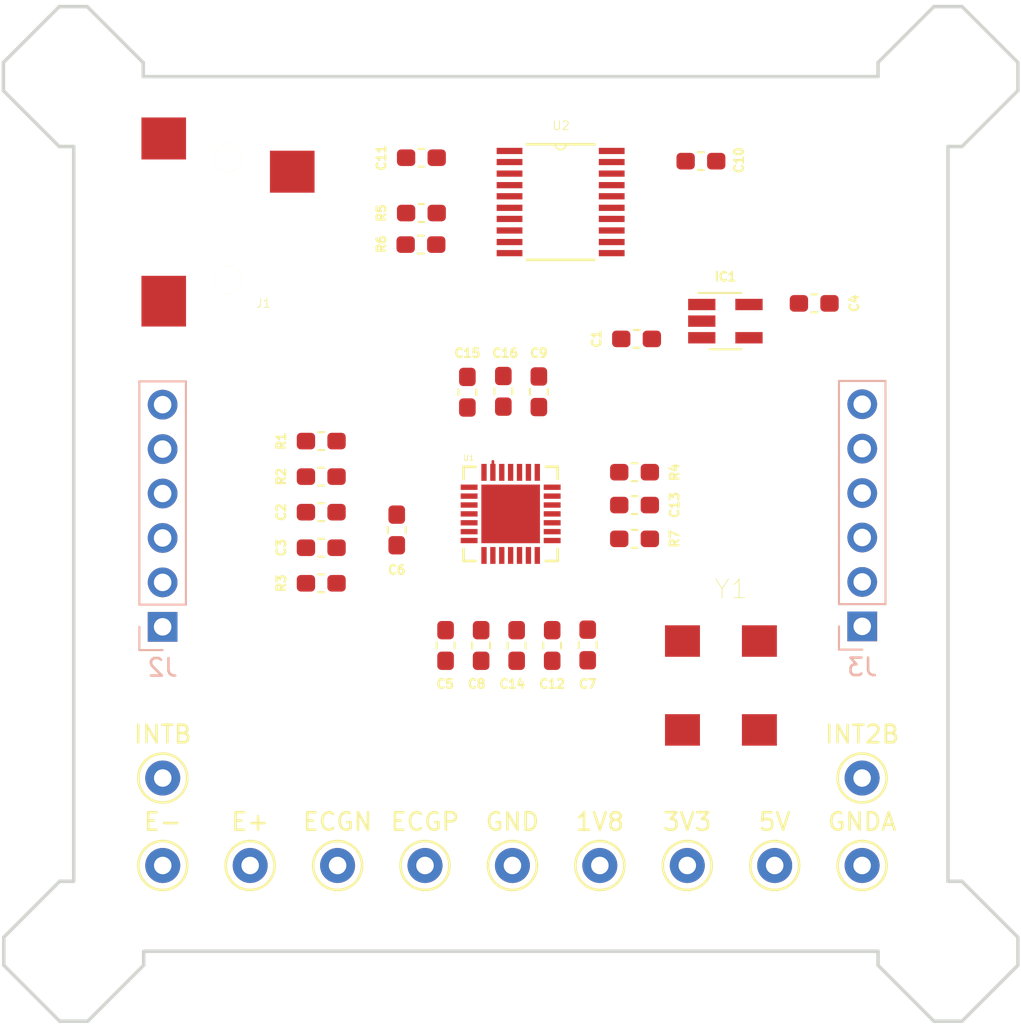
<source format=kicad_pcb>
(kicad_pcb (version 20171130) (host pcbnew "(5.0.0-3-g5ebb6b6)")

  (general
    (thickness 1.6)
    (drawings 32)
    (tracks 2)
    (zones 0)
    (modules 46)
    (nets 32)
  )

  (page A4)
  (title_block
    (title "araBeat : ECG Module")
    (date 2018-11-17)
    (rev v0.1)
    (company www.aravinth.info)
  )

  (layers
    (0 F.Cu signal)
    (31 B.Cu signal)
    (32 B.Adhes user)
    (33 F.Adhes user)
    (34 B.Paste user)
    (35 F.Paste user)
    (36 B.SilkS user hide)
    (37 F.SilkS user)
    (38 B.Mask user)
    (39 F.Mask user)
    (40 Dwgs.User user hide)
    (41 Cmts.User user)
    (42 Eco1.User user)
    (43 Eco2.User user)
    (44 Edge.Cuts user)
    (45 Margin user)
    (46 B.CrtYd user)
    (47 F.CrtYd user)
    (48 B.Fab user)
    (49 F.Fab user hide)
  )

  (setup
    (last_trace_width 0.2032)
    (user_trace_width 0.1524)
    (user_trace_width 0.2032)
    (trace_clearance 0.2)
    (zone_clearance 0.508)
    (zone_45_only no)
    (trace_min 0.1524)
    (segment_width 0.2)
    (edge_width 0.1)
    (via_size 0.8)
    (via_drill 0.4)
    (via_min_size 0.6)
    (via_min_drill 0.3)
    (uvia_size 0.3)
    (uvia_drill 0.1)
    (uvias_allowed no)
    (uvia_min_size 0.2)
    (uvia_min_drill 0.1)
    (pcb_text_width 0.3)
    (pcb_text_size 1.5 1.5)
    (mod_edge_width 0.15)
    (mod_text_size 1 1)
    (mod_text_width 0.15)
    (pad_size 1.5 1.5)
    (pad_drill 0.6)
    (pad_to_mask_clearance 0)
    (aux_axis_origin 187.452 111.76)
    (visible_elements FFFFF77F)
    (pcbplotparams
      (layerselection 0x010fc_ffffffff)
      (usegerberextensions false)
      (usegerberattributes false)
      (usegerberadvancedattributes false)
      (creategerberjobfile false)
      (excludeedgelayer true)
      (linewidth 0.100000)
      (plotframeref false)
      (viasonmask false)
      (mode 1)
      (useauxorigin false)
      (hpglpennumber 1)
      (hpglpenspeed 20)
      (hpglpendiameter 15.000000)
      (psnegative false)
      (psa4output false)
      (plotreference true)
      (plotvalue true)
      (plotinvisibletext false)
      (padsonsilk false)
      (subtractmaskfromsilk false)
      (outputformat 1)
      (mirror false)
      (drillshape 1)
      (scaleselection 1)
      (outputdirectory ""))
  )

  (net 0 "")
  (net 1 +5V)
  (net 2 GND)
  (net 3 "Net-(C2-Pad2)")
  (net 4 "Net-(C3-Pad1)")
  (net 5 +1V8)
  (net 6 "Net-(C5-Pad1)")
  (net 7 "Net-(C5-Pad2)")
  (net 8 "Net-(C8-Pad1)")
  (net 9 "Net-(C9-Pad1)")
  (net 10 GNDA)
  (net 11 +3V3)
  (net 12 "Net-(C15-Pad1)")
  (net 13 "Net-(C16-Pad1)")
  (net 14 "Net-(J1-Pad5)")
  (net 15 "Net-(J1-Pad4)")
  (net 16 "Net-(J1-Pad1)")
  (net 17 MISO_5V)
  (net 18 MOSI_5V)
  (net 19 SCLK_5V)
  (net 20 CSB_5V)
  (net 21 INTB_5V)
  (net 22 INT2B_5V)
  (net 23 "Net-(R5-Pad1)")
  (net 24 "Net-(R6-Pad1)")
  (net 25 "Net-(U1-Pad14)")
  (net 26 CSB_1.8V)
  (net 27 SCLK_1.8V)
  (net 28 MOSI_1.8V)
  (net 29 MISO_1.8V)
  (net 30 INT2B_1.8V)
  (net 31 INTB_1.8V)

  (net_class Default "This is the default net class."
    (clearance 0.2)
    (trace_width 0.25)
    (via_dia 0.8)
    (via_drill 0.4)
    (uvia_dia 0.3)
    (uvia_drill 0.1)
  )

  (net_class PWR ""
    (clearance 0.2032)
    (trace_width 0.2032)
    (via_dia 0.6)
    (via_drill 0.3)
    (uvia_dia 0.3)
    (uvia_drill 0.1)
    (add_net +1V8)
    (add_net +3V3)
    (add_net +5V)
    (add_net GND)
    (add_net GNDA)
  )

  (net_class SIG ""
    (clearance 0.1524)
    (trace_width 0.1524)
    (via_dia 0.6)
    (via_drill 0.3)
    (uvia_dia 0.3)
    (uvia_drill 0.1)
    (add_net CSB_1.8V)
    (add_net CSB_5V)
    (add_net INT2B_1.8V)
    (add_net INT2B_5V)
    (add_net INTB_1.8V)
    (add_net INTB_5V)
    (add_net MISO_1.8V)
    (add_net MISO_5V)
    (add_net MOSI_1.8V)
    (add_net MOSI_5V)
    (add_net "Net-(C15-Pad1)")
    (add_net "Net-(C16-Pad1)")
    (add_net "Net-(C2-Pad2)")
    (add_net "Net-(C3-Pad1)")
    (add_net "Net-(C5-Pad1)")
    (add_net "Net-(C5-Pad2)")
    (add_net "Net-(C8-Pad1)")
    (add_net "Net-(C9-Pad1)")
    (add_net "Net-(J1-Pad1)")
    (add_net "Net-(J1-Pad4)")
    (add_net "Net-(J1-Pad5)")
    (add_net "Net-(R5-Pad1)")
    (add_net "Net-(R6-Pad1)")
    (add_net "Net-(U1-Pad14)")
    (add_net SCLK_1.8V)
    (add_net SCLK_5V)
  )

  (module MountingHole:MountingHole_3.2mm_M3 locked (layer F.Cu) (tedit 5BF07C27) (tstamp 5C082E54)
    (at 173.609 130.0734)
    (descr "Mounting Hole 3.2mm, no annular, M3")
    (tags "mounting hole 3.2mm no annular m3")
    (attr virtual)
    (fp_text reference "" (at 0 -4.2) (layer F.SilkS)
      (effects (font (size 1 1) (thickness 0.15)))
    )
    (fp_text value M3 (at 0 4.2) (layer F.Fab)
      (effects (font (size 1 1) (thickness 0.15)))
    )
    (fp_text user %R (at 0.3 0) (layer F.Fab)
      (effects (font (size 1 1) (thickness 0.15)))
    )
    (fp_circle (center 0 0) (end 3.2 0) (layer Cmts.User) (width 0.15))
    (fp_circle (center 0 0) (end 3.45 0) (layer F.CrtYd) (width 0.05))
    (pad 1 np_thru_hole circle (at 0 0) (size 3.2 3.2) (drill 3.2) (layers *.Cu *.Mask))
  )

  (module MountingHole:MountingHole_3.2mm_M3 locked (layer F.Cu) (tedit 5BF07C1E) (tstamp 5C082E46)
    (at 123.6218 130.0988)
    (descr "Mounting Hole 3.2mm, no annular, M3")
    (tags "mounting hole 3.2mm no annular m3")
    (attr virtual)
    (fp_text reference "" (at 0 -4.2) (layer F.SilkS)
      (effects (font (size 1 1) (thickness 0.15)))
    )
    (fp_text value M3 (at 0 4.2) (layer F.Fab)
      (effects (font (size 1 1) (thickness 0.15)))
    )
    (fp_circle (center 0 0) (end 3.45 0) (layer F.CrtYd) (width 0.05))
    (fp_circle (center 0 0) (end 3.2 0) (layer Cmts.User) (width 0.15))
    (fp_text user %R (at 0.3 0) (layer F.Fab)
      (effects (font (size 1 1) (thickness 0.15)))
    )
    (pad 1 np_thru_hole circle (at 0 0) (size 3.2 3.2) (drill 3.2) (layers *.Cu *.Mask))
  )

  (module MountingHole:MountingHole_3.2mm_M3 locked (layer F.Cu) (tedit 5BF07C24) (tstamp 5C082E38)
    (at 173.609 80.0862)
    (descr "Mounting Hole 3.2mm, no annular, M3")
    (tags "mounting hole 3.2mm no annular m3")
    (attr virtual)
    (fp_text reference "" (at 0 -4.2) (layer F.SilkS)
      (effects (font (size 1 1) (thickness 0.15)))
    )
    (fp_text value M3 (at 0 4.2) (layer F.Fab)
      (effects (font (size 1 1) (thickness 0.15)))
    )
    (fp_text user %R (at 0.3 0) (layer F.Fab)
      (effects (font (size 1 1) (thickness 0.15)))
    )
    (fp_circle (center 0 0) (end 3.2 0) (layer Cmts.User) (width 0.15))
    (fp_circle (center 0 0) (end 3.45 0) (layer F.CrtYd) (width 0.05))
    (pad 1 np_thru_hole circle (at 0 0) (size 3.2 3.2) (drill 3.2) (layers *.Cu *.Mask))
  )

  (module ECG-MODULE:marker locked (layer F.Cu) (tedit 5BF079F5) (tstamp 5C083B1C)
    (at 119.544876 76.057325)
    (fp_text reference "" (at 0 4.8768) (layer F.SilkS)
      (effects (font (size 1 1) (thickness 0.15)))
    )
    (fp_text value "" (at 0 -2.8702) (layer F.Fab)
      (effects (font (size 1 1) (thickness 0.15)))
    )
    (fp_line (start 53.26019 58.0353) (end 54.860222 58.0353) (layer Dwgs.User) (width 0.2))
    (fp_line (start 50.060215 54.835325) (end 53.26019 58.0353) (layer Dwgs.User) (width 0.2))
    (fp_line (start 50.060215 54.035311) (end 50.060215 54.835325) (layer Dwgs.User) (width 0.2))
    (fp_line (start 8.060213 54.035311) (end 50.060215 54.035311) (layer Dwgs.User) (width 0.2))
    (fp_line (start 8.060213 54.835325) (end 8.060213 54.035311) (layer Dwgs.User) (width 0.2))
    (fp_line (start 8.035323 4.035325) (end 8.035323 3.235309) (layer Dwgs.User) (width 0.2))
    (fp_line (start 58.060197 4.835255) (end 58.060197 3.235309) (layer Dwgs.User) (width 0.2))
    (fp_line (start 54.860222 8.035316) (end 58.060197 4.835255) (layer Dwgs.User) (width 0.2))
    (fp_line (start 54.060209 8.035316) (end 54.860222 8.035316) (layer Dwgs.User) (width 0.2))
    (fp_line (start 2.56019 54.035281) (end 5.560195 54.035281) (layer Dwgs.User) (width 0.2))
    (fp_line (start 4.060193 52.535277) (end 4.060193 55.535282) (layer Dwgs.User) (width 0.2))
    (fp_line (start 52.560174 54.035281) (end 55.56018 54.035281) (layer Dwgs.User) (width 0.2))
    (fp_line (start 54.060178 52.535277) (end 54.060178 55.535282) (layer Dwgs.User) (width 0.2))
    (fp_line (start 52.560174 4.035296) (end 55.56018 4.035296) (layer Dwgs.User) (width 0.2))
    (fp_line (start 54.060178 2.535292) (end 54.060178 5.535298) (layer Dwgs.User) (width 0.2))
    (fp_line (start 2.56019 4.035296) (end 5.560195 4.035296) (layer Dwgs.User) (width 0.2))
    (fp_line (start 4.060193 2.535292) (end 4.060193 5.535298) (layer Dwgs.User) (width 0.2))
    (fp_line (start 0.060142 29.035315) (end 58.060247 29.035315) (layer Dwgs.User) (width 0.2))
    (fp_line (start 53.26019 0.035248) (end 50.060215 3.235309) (layer Dwgs.User) (width 0.2))
    (fp_line (start 54.860222 0.035248) (end 53.26019 0.035248) (layer Dwgs.User) (width 0.2))
    (fp_line (start 58.060197 3.235309) (end 54.860222 0.035248) (layer Dwgs.User) (width 0.2))
    (fp_line (start 8.035323 3.235309) (end 4.83526 0.035248) (layer Dwgs.User) (width 0.2))
    (fp_line (start 29.060212 0.035244) (end 29.060212 58.03535) (layer Dwgs.User) (width 0.2))
    (fp_line (start 50.060215 4.035325) (end 8.035323 4.035325) (layer Dwgs.User) (width 0.2))
    (fp_line (start 50.060215 3.235309) (end 50.060215 4.035325) (layer Dwgs.User) (width 0.2))
    (fp_line (start 3.235314 8.035316) (end 4.060222 8.035316) (layer Dwgs.User) (width 0.2))
    (fp_line (start 0.035253 4.835255) (end 3.235314 8.035316) (layer Dwgs.User) (width 0.2))
    (fp_line (start 4.83526 0.035248) (end 3.235314 0.035248) (layer Dwgs.User) (width 0.2))
    (fp_line (start 54.060209 50.035318) (end 54.060209 8.035316) (layer Dwgs.User) (width 0.2))
    (fp_line (start 54.860222 50.035318) (end 54.060209 50.035318) (layer Dwgs.User) (width 0.2))
    (fp_line (start 58.060197 53.235293) (end 54.860222 50.035318) (layer Dwgs.User) (width 0.2))
    (fp_line (start 58.060197 54.835325) (end 58.060197 53.235293) (layer Dwgs.User) (width 0.2))
    (fp_line (start 54.860222 58.0353) (end 58.060197 54.835325) (layer Dwgs.User) (width 0.2))
    (fp_line (start 0.060146 53.235293) (end 0.060146 54.835325) (layer Dwgs.User) (width 0.2))
    (fp_line (start 3.260206 50.035318) (end 0.060146 53.235293) (layer Dwgs.User) (width 0.2))
    (fp_line (start 4.060222 50.035318) (end 3.260206 50.035318) (layer Dwgs.User) (width 0.2))
    (fp_line (start 4.060222 8.035316) (end 4.060222 50.035318) (layer Dwgs.User) (width 0.2))
    (fp_line (start 4.860152 58.0353) (end 8.060213 54.835325) (layer Dwgs.User) (width 0.2))
    (fp_line (start 3.260206 58.0353) (end 4.860152 58.0353) (layer Dwgs.User) (width 0.2))
    (fp_line (start 0.060146 54.835325) (end 3.260206 58.0353) (layer Dwgs.User) (width 0.2))
    (fp_line (start 0.035253 3.235309) (end 0.035253 4.835255) (layer Dwgs.User) (width 0.2))
    (fp_line (start 3.235314 0.035248) (end 0.035253 3.235309) (layer Dwgs.User) (width 0.2))
  )

  (module Capacitor_SMD:C_0603_1608Metric_Pad1.05x0.95mm_HandSolder (layer F.Cu) (tedit 5BF09456) (tstamp 5BFCA6A9)
    (at 155.702 94.996 180)
    (descr "Capacitor SMD 0603 (1608 Metric), square (rectangular) end terminal, IPC_7351 nominal with elongated pad for handsoldering. (Body size source: http://www.tortai-tech.com/upload/download/2011102023233369053.pdf), generated with kicad-footprint-generator")
    (tags "capacitor handsolder")
    (path /5BEE5487)
    (attr smd)
    (fp_text reference C1 (at 2.286 0 270) (layer F.SilkS)
      (effects (font (size 0.5 0.5) (thickness 0.125)))
    )
    (fp_text value 1uF (at 0 1.43 180) (layer F.Fab)
      (effects (font (size 1 1) (thickness 0.15)))
    )
    (fp_line (start -0.8 0.4) (end -0.8 -0.4) (layer F.Fab) (width 0.1))
    (fp_line (start -0.8 -0.4) (end 0.8 -0.4) (layer F.Fab) (width 0.1))
    (fp_line (start 0.8 -0.4) (end 0.8 0.4) (layer F.Fab) (width 0.1))
    (fp_line (start 0.8 0.4) (end -0.8 0.4) (layer F.Fab) (width 0.1))
    (fp_line (start -0.171267 -0.51) (end 0.171267 -0.51) (layer F.SilkS) (width 0.12))
    (fp_line (start -0.171267 0.51) (end 0.171267 0.51) (layer F.SilkS) (width 0.12))
    (fp_line (start -1.65 0.73) (end -1.65 -0.73) (layer F.CrtYd) (width 0.05))
    (fp_line (start -1.65 -0.73) (end 1.65 -0.73) (layer F.CrtYd) (width 0.05))
    (fp_line (start 1.65 -0.73) (end 1.65 0.73) (layer F.CrtYd) (width 0.05))
    (fp_line (start 1.65 0.73) (end -1.65 0.73) (layer F.CrtYd) (width 0.05))
    (fp_text user %R (at 0 0 180) (layer F.Fab)
      (effects (font (size 0.4 0.4) (thickness 0.06)))
    )
    (pad 1 smd roundrect (at -0.875 0 180) (size 1.05 0.95) (layers F.Cu F.Paste F.Mask) (roundrect_rratio 0.25)
      (net 1 +5V))
    (pad 2 smd roundrect (at 0.875 0 180) (size 1.05 0.95) (layers F.Cu F.Paste F.Mask) (roundrect_rratio 0.25)
      (net 2 GND))
    (model ${KISYS3DMOD}/Capacitor_SMD.3dshapes/C_0603_1608Metric.wrl
      (at (xyz 0 0 0))
      (scale (xyz 1 1 1))
      (rotate (xyz 0 0 0))
    )
  )

  (module Capacitor_SMD:C_0603_1608Metric_Pad1.05x0.95mm_HandSolder (layer F.Cu) (tedit 5BF09715) (tstamp 5BFCA6BA)
    (at 137.668 104.902)
    (descr "Capacitor SMD 0603 (1608 Metric), square (rectangular) end terminal, IPC_7351 nominal with elongated pad for handsoldering. (Body size source: http://www.tortai-tech.com/upload/download/2011102023233369053.pdf), generated with kicad-footprint-generator")
    (tags "capacitor handsolder")
    (path /5BF5D2A4)
    (attr smd)
    (fp_text reference C2 (at -2.286 0 90) (layer F.SilkS)
      (effects (font (size 0.5 0.5) (thickness 0.125)))
    )
    (fp_text value 10pF (at 0 1.43) (layer F.Fab)
      (effects (font (size 1 1) (thickness 0.15)))
    )
    (fp_text user %R (at 0 0) (layer F.Fab)
      (effects (font (size 0.4 0.4) (thickness 0.06)))
    )
    (fp_line (start 1.65 0.73) (end -1.65 0.73) (layer F.CrtYd) (width 0.05))
    (fp_line (start 1.65 -0.73) (end 1.65 0.73) (layer F.CrtYd) (width 0.05))
    (fp_line (start -1.65 -0.73) (end 1.65 -0.73) (layer F.CrtYd) (width 0.05))
    (fp_line (start -1.65 0.73) (end -1.65 -0.73) (layer F.CrtYd) (width 0.05))
    (fp_line (start -0.171267 0.51) (end 0.171267 0.51) (layer F.SilkS) (width 0.12))
    (fp_line (start -0.171267 -0.51) (end 0.171267 -0.51) (layer F.SilkS) (width 0.12))
    (fp_line (start 0.8 0.4) (end -0.8 0.4) (layer F.Fab) (width 0.1))
    (fp_line (start 0.8 -0.4) (end 0.8 0.4) (layer F.Fab) (width 0.1))
    (fp_line (start -0.8 -0.4) (end 0.8 -0.4) (layer F.Fab) (width 0.1))
    (fp_line (start -0.8 0.4) (end -0.8 -0.4) (layer F.Fab) (width 0.1))
    (pad 2 smd roundrect (at 0.875 0) (size 1.05 0.95) (layers F.Cu F.Paste F.Mask) (roundrect_rratio 0.25)
      (net 3 "Net-(C2-Pad2)"))
    (pad 1 smd roundrect (at -0.875 0) (size 1.05 0.95) (layers F.Cu F.Paste F.Mask) (roundrect_rratio 0.25)
      (net 2 GND))
    (model ${KISYS3DMOD}/Capacitor_SMD.3dshapes/C_0603_1608Metric.wrl
      (at (xyz 0 0 0))
      (scale (xyz 1 1 1))
      (rotate (xyz 0 0 0))
    )
  )

  (module Capacitor_SMD:C_0603_1608Metric_Pad1.05x0.95mm_HandSolder (layer F.Cu) (tedit 5BF09732) (tstamp 5BFCA6CB)
    (at 137.668 106.934 180)
    (descr "Capacitor SMD 0603 (1608 Metric), square (rectangular) end terminal, IPC_7351 nominal with elongated pad for handsoldering. (Body size source: http://www.tortai-tech.com/upload/download/2011102023233369053.pdf), generated with kicad-footprint-generator")
    (tags "capacitor handsolder")
    (path /5BF7C520)
    (attr smd)
    (fp_text reference C3 (at 2.286 0 270) (layer F.SilkS)
      (effects (font (size 0.5 0.5) (thickness 0.125)))
    )
    (fp_text value 10pF (at 0 1.43 180) (layer F.Fab)
      (effects (font (size 1 1) (thickness 0.15)))
    )
    (fp_line (start -0.8 0.4) (end -0.8 -0.4) (layer F.Fab) (width 0.1))
    (fp_line (start -0.8 -0.4) (end 0.8 -0.4) (layer F.Fab) (width 0.1))
    (fp_line (start 0.8 -0.4) (end 0.8 0.4) (layer F.Fab) (width 0.1))
    (fp_line (start 0.8 0.4) (end -0.8 0.4) (layer F.Fab) (width 0.1))
    (fp_line (start -0.171267 -0.51) (end 0.171267 -0.51) (layer F.SilkS) (width 0.12))
    (fp_line (start -0.171267 0.51) (end 0.171267 0.51) (layer F.SilkS) (width 0.12))
    (fp_line (start -1.65 0.73) (end -1.65 -0.73) (layer F.CrtYd) (width 0.05))
    (fp_line (start -1.65 -0.73) (end 1.65 -0.73) (layer F.CrtYd) (width 0.05))
    (fp_line (start 1.65 -0.73) (end 1.65 0.73) (layer F.CrtYd) (width 0.05))
    (fp_line (start 1.65 0.73) (end -1.65 0.73) (layer F.CrtYd) (width 0.05))
    (fp_text user %R (at 0 0 180) (layer F.Fab)
      (effects (font (size 0.4 0.4) (thickness 0.06)))
    )
    (pad 1 smd roundrect (at -0.875 0 180) (size 1.05 0.95) (layers F.Cu F.Paste F.Mask) (roundrect_rratio 0.25)
      (net 4 "Net-(C3-Pad1)"))
    (pad 2 smd roundrect (at 0.875 0 180) (size 1.05 0.95) (layers F.Cu F.Paste F.Mask) (roundrect_rratio 0.25)
      (net 2 GND))
    (model ${KISYS3DMOD}/Capacitor_SMD.3dshapes/C_0603_1608Metric.wrl
      (at (xyz 0 0 0))
      (scale (xyz 1 1 1))
      (rotate (xyz 0 0 0))
    )
  )

  (module Capacitor_SMD:C_0603_1608Metric_Pad1.05x0.95mm_HandSolder (layer F.Cu) (tedit 5BF09483) (tstamp 5BFCA6DC)
    (at 165.862 92.964)
    (descr "Capacitor SMD 0603 (1608 Metric), square (rectangular) end terminal, IPC_7351 nominal with elongated pad for handsoldering. (Body size source: http://www.tortai-tech.com/upload/download/2011102023233369053.pdf), generated with kicad-footprint-generator")
    (tags "capacitor handsolder")
    (path /5BEEB532)
    (attr smd)
    (fp_text reference C4 (at 2.286 0 90) (layer F.SilkS)
      (effects (font (size 0.5 0.5) (thickness 0.125)))
    )
    (fp_text value 1uF (at 0 1.43) (layer F.Fab)
      (effects (font (size 1 1) (thickness 0.15)))
    )
    (fp_text user %R (at 0 0) (layer F.Fab)
      (effects (font (size 0.4 0.4) (thickness 0.06)))
    )
    (fp_line (start 1.65 0.73) (end -1.65 0.73) (layer F.CrtYd) (width 0.05))
    (fp_line (start 1.65 -0.73) (end 1.65 0.73) (layer F.CrtYd) (width 0.05))
    (fp_line (start -1.65 -0.73) (end 1.65 -0.73) (layer F.CrtYd) (width 0.05))
    (fp_line (start -1.65 0.73) (end -1.65 -0.73) (layer F.CrtYd) (width 0.05))
    (fp_line (start -0.171267 0.51) (end 0.171267 0.51) (layer F.SilkS) (width 0.12))
    (fp_line (start -0.171267 -0.51) (end 0.171267 -0.51) (layer F.SilkS) (width 0.12))
    (fp_line (start 0.8 0.4) (end -0.8 0.4) (layer F.Fab) (width 0.1))
    (fp_line (start 0.8 -0.4) (end 0.8 0.4) (layer F.Fab) (width 0.1))
    (fp_line (start -0.8 -0.4) (end 0.8 -0.4) (layer F.Fab) (width 0.1))
    (fp_line (start -0.8 0.4) (end -0.8 -0.4) (layer F.Fab) (width 0.1))
    (pad 2 smd roundrect (at 0.875 0) (size 1.05 0.95) (layers F.Cu F.Paste F.Mask) (roundrect_rratio 0.25)
      (net 2 GND))
    (pad 1 smd roundrect (at -0.875 0) (size 1.05 0.95) (layers F.Cu F.Paste F.Mask) (roundrect_rratio 0.25)
      (net 5 +1V8))
    (model ${KISYS3DMOD}/Capacitor_SMD.3dshapes/C_0603_1608Metric.wrl
      (at (xyz 0 0 0))
      (scale (xyz 1 1 1))
      (rotate (xyz 0 0 0))
    )
  )

  (module Capacitor_SMD:C_0603_1608Metric_Pad1.05x0.95mm_HandSolder (layer F.Cu) (tedit 5BF08547) (tstamp 5BFCA6ED)
    (at 144.78 112.522 90)
    (descr "Capacitor SMD 0603 (1608 Metric), square (rectangular) end terminal, IPC_7351 nominal with elongated pad for handsoldering. (Body size source: http://www.tortai-tech.com/upload/download/2011102023233369053.pdf), generated with kicad-footprint-generator")
    (tags "capacitor handsolder")
    (path /5BFDBCE5)
    (attr smd)
    (fp_text reference C5 (at -2.1984 -0.0254 180) (layer F.SilkS)
      (effects (font (size 0.5 0.5) (thickness 0.125)))
    )
    (fp_text value 1uF (at 0 1.43 90) (layer F.Fab)
      (effects (font (size 1 1) (thickness 0.15)))
    )
    (fp_line (start -0.8 0.4) (end -0.8 -0.4) (layer F.Fab) (width 0.1))
    (fp_line (start -0.8 -0.4) (end 0.8 -0.4) (layer F.Fab) (width 0.1))
    (fp_line (start 0.8 -0.4) (end 0.8 0.4) (layer F.Fab) (width 0.1))
    (fp_line (start 0.8 0.4) (end -0.8 0.4) (layer F.Fab) (width 0.1))
    (fp_line (start -0.171267 -0.51) (end 0.171267 -0.51) (layer F.SilkS) (width 0.12))
    (fp_line (start -0.171267 0.51) (end 0.171267 0.51) (layer F.SilkS) (width 0.12))
    (fp_line (start -1.65 0.73) (end -1.65 -0.73) (layer F.CrtYd) (width 0.05))
    (fp_line (start -1.65 -0.73) (end 1.65 -0.73) (layer F.CrtYd) (width 0.05))
    (fp_line (start 1.65 -0.73) (end 1.65 0.73) (layer F.CrtYd) (width 0.05))
    (fp_line (start 1.65 0.73) (end -1.65 0.73) (layer F.CrtYd) (width 0.05))
    (fp_text user %R (at 0 0 90) (layer F.Fab)
      (effects (font (size 0.4 0.4) (thickness 0.06)))
    )
    (pad 1 smd roundrect (at -0.875 0 90) (size 1.05 0.95) (layers F.Cu F.Paste F.Mask) (roundrect_rratio 0.25)
      (net 6 "Net-(C5-Pad1)"))
    (pad 2 smd roundrect (at 0.875 0 90) (size 1.05 0.95) (layers F.Cu F.Paste F.Mask) (roundrect_rratio 0.25)
      (net 7 "Net-(C5-Pad2)"))
    (model ${KISYS3DMOD}/Capacitor_SMD.3dshapes/C_0603_1608Metric.wrl
      (at (xyz 0 0 0))
      (scale (xyz 1 1 1))
      (rotate (xyz 0 0 0))
    )
  )

  (module Capacitor_SMD:C_0603_1608Metric_Pad1.05x0.95mm_HandSolder (layer F.Cu) (tedit 5BF096F0) (tstamp 5BFCA6FE)
    (at 141.986 105.918 90)
    (descr "Capacitor SMD 0603 (1608 Metric), square (rectangular) end terminal, IPC_7351 nominal with elongated pad for handsoldering. (Body size source: http://www.tortai-tech.com/upload/download/2011102023233369053.pdf), generated with kicad-footprint-generator")
    (tags "capacitor handsolder")
    (path /5BF2785F)
    (attr smd)
    (fp_text reference C6 (at -2.286 0 180) (layer F.SilkS)
      (effects (font (size 0.5 0.5) (thickness 0.125)))
    )
    (fp_text value 1000pF (at 0 1.43 90) (layer F.Fab)
      (effects (font (size 1 1) (thickness 0.15)))
    )
    (fp_text user %R (at 0 0 90) (layer F.Fab)
      (effects (font (size 0.4 0.4) (thickness 0.06)))
    )
    (fp_line (start 1.65 0.73) (end -1.65 0.73) (layer F.CrtYd) (width 0.05))
    (fp_line (start 1.65 -0.73) (end 1.65 0.73) (layer F.CrtYd) (width 0.05))
    (fp_line (start -1.65 -0.73) (end 1.65 -0.73) (layer F.CrtYd) (width 0.05))
    (fp_line (start -1.65 0.73) (end -1.65 -0.73) (layer F.CrtYd) (width 0.05))
    (fp_line (start -0.171267 0.51) (end 0.171267 0.51) (layer F.SilkS) (width 0.12))
    (fp_line (start -0.171267 -0.51) (end 0.171267 -0.51) (layer F.SilkS) (width 0.12))
    (fp_line (start 0.8 0.4) (end -0.8 0.4) (layer F.Fab) (width 0.1))
    (fp_line (start 0.8 -0.4) (end 0.8 0.4) (layer F.Fab) (width 0.1))
    (fp_line (start -0.8 -0.4) (end 0.8 -0.4) (layer F.Fab) (width 0.1))
    (fp_line (start -0.8 0.4) (end -0.8 -0.4) (layer F.Fab) (width 0.1))
    (pad 2 smd roundrect (at 0.875 0 90) (size 1.05 0.95) (layers F.Cu F.Paste F.Mask) (roundrect_rratio 0.25)
      (net 3 "Net-(C2-Pad2)"))
    (pad 1 smd roundrect (at -0.875 0 90) (size 1.05 0.95) (layers F.Cu F.Paste F.Mask) (roundrect_rratio 0.25)
      (net 4 "Net-(C3-Pad1)"))
    (model ${KISYS3DMOD}/Capacitor_SMD.3dshapes/C_0603_1608Metric.wrl
      (at (xyz 0 0 0))
      (scale (xyz 1 1 1))
      (rotate (xyz 0 0 0))
    )
  )

  (module Capacitor_SMD:C_0603_1608Metric_Pad1.05x0.95mm_HandSolder (layer F.Cu) (tedit 5BF084C1) (tstamp 5BFCA70F)
    (at 152.908 112.49245 270)
    (descr "Capacitor SMD 0603 (1608 Metric), square (rectangular) end terminal, IPC_7351 nominal with elongated pad for handsoldering. (Body size source: http://www.tortai-tech.com/upload/download/2011102023233369053.pdf), generated with kicad-footprint-generator")
    (tags "capacitor handsolder")
    (path /5BFA7217)
    (attr smd)
    (fp_text reference C7 (at 2.22795 0) (layer F.SilkS)
      (effects (font (size 0.5 0.5) (thickness 0.125)))
    )
    (fp_text value 1uF (at 0 1.43 270) (layer F.Fab)
      (effects (font (size 1 1) (thickness 0.15)))
    )
    (fp_text user %R (at 0 0 270) (layer F.Fab)
      (effects (font (size 0.4 0.4) (thickness 0.06)))
    )
    (fp_line (start 1.65 0.73) (end -1.65 0.73) (layer F.CrtYd) (width 0.05))
    (fp_line (start 1.65 -0.73) (end 1.65 0.73) (layer F.CrtYd) (width 0.05))
    (fp_line (start -1.65 -0.73) (end 1.65 -0.73) (layer F.CrtYd) (width 0.05))
    (fp_line (start -1.65 0.73) (end -1.65 -0.73) (layer F.CrtYd) (width 0.05))
    (fp_line (start -0.171267 0.51) (end 0.171267 0.51) (layer F.SilkS) (width 0.12))
    (fp_line (start -0.171267 -0.51) (end 0.171267 -0.51) (layer F.SilkS) (width 0.12))
    (fp_line (start 0.8 0.4) (end -0.8 0.4) (layer F.Fab) (width 0.1))
    (fp_line (start 0.8 -0.4) (end 0.8 0.4) (layer F.Fab) (width 0.1))
    (fp_line (start -0.8 -0.4) (end 0.8 -0.4) (layer F.Fab) (width 0.1))
    (fp_line (start -0.8 0.4) (end -0.8 -0.4) (layer F.Fab) (width 0.1))
    (pad 2 smd roundrect (at 0.875 0 270) (size 1.05 0.95) (layers F.Cu F.Paste F.Mask) (roundrect_rratio 0.25)
      (net 2 GND))
    (pad 1 smd roundrect (at -0.875 0 270) (size 1.05 0.95) (layers F.Cu F.Paste F.Mask) (roundrect_rratio 0.25)
      (net 5 +1V8))
    (model ${KISYS3DMOD}/Capacitor_SMD.3dshapes/C_0603_1608Metric.wrl
      (at (xyz 0 0 0))
      (scale (xyz 1 1 1))
      (rotate (xyz 0 0 0))
    )
  )

  (module Capacitor_SMD:C_0603_1608Metric_Pad1.05x0.95mm_HandSolder (layer F.Cu) (tedit 5BF0861D) (tstamp 5BFCA720)
    (at 146.812 112.522 270)
    (descr "Capacitor SMD 0603 (1608 Metric), square (rectangular) end terminal, IPC_7351 nominal with elongated pad for handsoldering. (Body size source: http://www.tortai-tech.com/upload/download/2011102023233369053.pdf), generated with kicad-footprint-generator")
    (tags "capacitor handsolder")
    (path /5C00E5E9)
    (attr smd)
    (fp_text reference C8 (at 2.1984 0.257146) (layer F.SilkS)
      (effects (font (size 0.5 0.5) (thickness 0.125)))
    )
    (fp_text value 1000pF (at 0 1.43 270) (layer F.Fab)
      (effects (font (size 1 1) (thickness 0.15)))
    )
    (fp_text user %R (at 0 0 270) (layer F.Fab)
      (effects (font (size 0.4 0.4) (thickness 0.06)))
    )
    (fp_line (start 1.65 0.73) (end -1.65 0.73) (layer F.CrtYd) (width 0.05))
    (fp_line (start 1.65 -0.73) (end 1.65 0.73) (layer F.CrtYd) (width 0.05))
    (fp_line (start -1.65 -0.73) (end 1.65 -0.73) (layer F.CrtYd) (width 0.05))
    (fp_line (start -1.65 0.73) (end -1.65 -0.73) (layer F.CrtYd) (width 0.05))
    (fp_line (start -0.171267 0.51) (end 0.171267 0.51) (layer F.SilkS) (width 0.12))
    (fp_line (start -0.171267 -0.51) (end 0.171267 -0.51) (layer F.SilkS) (width 0.12))
    (fp_line (start 0.8 0.4) (end -0.8 0.4) (layer F.Fab) (width 0.1))
    (fp_line (start 0.8 -0.4) (end 0.8 0.4) (layer F.Fab) (width 0.1))
    (fp_line (start -0.8 -0.4) (end 0.8 -0.4) (layer F.Fab) (width 0.1))
    (fp_line (start -0.8 0.4) (end -0.8 -0.4) (layer F.Fab) (width 0.1))
    (pad 2 smd roundrect (at 0.875 0 270) (size 1.05 0.95) (layers F.Cu F.Paste F.Mask) (roundrect_rratio 0.25)
      (net 2 GND))
    (pad 1 smd roundrect (at -0.875 0 270) (size 1.05 0.95) (layers F.Cu F.Paste F.Mask) (roundrect_rratio 0.25)
      (net 8 "Net-(C8-Pad1)"))
    (model ${KISYS3DMOD}/Capacitor_SMD.3dshapes/C_0603_1608Metric.wrl
      (at (xyz 0 0 0))
      (scale (xyz 1 1 1))
      (rotate (xyz 0 0 0))
    )
  )

  (module Capacitor_SMD:C_0603_1608Metric_Pad1.05x0.95mm_HandSolder (layer F.Cu) (tedit 5BF0850A) (tstamp 5BFCA731)
    (at 150.114 98.0186 90)
    (descr "Capacitor SMD 0603 (1608 Metric), square (rectangular) end terminal, IPC_7351 nominal with elongated pad for handsoldering. (Body size source: http://www.tortai-tech.com/upload/download/2011102023233369053.pdf), generated with kicad-footprint-generator")
    (tags "capacitor handsolder")
    (path /5BFB9899)
    (attr smd)
    (fp_text reference C9 (at 2.2098 0 180) (layer F.SilkS)
      (effects (font (size 0.5 0.5) (thickness 0.125)))
    )
    (fp_text value 10uF (at 0 1.43 90) (layer F.Fab)
      (effects (font (size 1 1) (thickness 0.15)))
    )
    (fp_line (start -0.8 0.4) (end -0.8 -0.4) (layer F.Fab) (width 0.1))
    (fp_line (start -0.8 -0.4) (end 0.8 -0.4) (layer F.Fab) (width 0.1))
    (fp_line (start 0.8 -0.4) (end 0.8 0.4) (layer F.Fab) (width 0.1))
    (fp_line (start 0.8 0.4) (end -0.8 0.4) (layer F.Fab) (width 0.1))
    (fp_line (start -0.171267 -0.51) (end 0.171267 -0.51) (layer F.SilkS) (width 0.12))
    (fp_line (start -0.171267 0.51) (end 0.171267 0.51) (layer F.SilkS) (width 0.12))
    (fp_line (start -1.65 0.73) (end -1.65 -0.73) (layer F.CrtYd) (width 0.05))
    (fp_line (start -1.65 -0.73) (end 1.65 -0.73) (layer F.CrtYd) (width 0.05))
    (fp_line (start 1.65 -0.73) (end 1.65 0.73) (layer F.CrtYd) (width 0.05))
    (fp_line (start 1.65 0.73) (end -1.65 0.73) (layer F.CrtYd) (width 0.05))
    (fp_text user %R (at 0 0 90) (layer F.Fab)
      (effects (font (size 0.4 0.4) (thickness 0.06)))
    )
    (pad 1 smd roundrect (at -0.875 0 90) (size 1.05 0.95) (layers F.Cu F.Paste F.Mask) (roundrect_rratio 0.25)
      (net 9 "Net-(C9-Pad1)"))
    (pad 2 smd roundrect (at 0.875 0 90) (size 1.05 0.95) (layers F.Cu F.Paste F.Mask) (roundrect_rratio 0.25)
      (net 2 GND))
    (model ${KISYS3DMOD}/Capacitor_SMD.3dshapes/C_0603_1608Metric.wrl
      (at (xyz 0 0 0))
      (scale (xyz 1 1 1))
      (rotate (xyz 0 0 0))
    )
  )

  (module Capacitor_SMD:C_0603_1608Metric_Pad1.05x0.95mm_HandSolder (layer F.Cu) (tedit 5BF09218) (tstamp 5BFCA742)
    (at 159.384 84.836)
    (descr "Capacitor SMD 0603 (1608 Metric), square (rectangular) end terminal, IPC_7351 nominal with elongated pad for handsoldering. (Body size source: http://www.tortai-tech.com/upload/download/2011102023233369053.pdf), generated with kicad-footprint-generator")
    (tags "capacitor handsolder")
    (path /5BEE5D55)
    (attr smd)
    (fp_text reference C10 (at 2.173 -0.0508 90) (layer F.SilkS)
      (effects (font (size 0.5 0.5) (thickness 0.125)))
    )
    (fp_text value 0.1uF (at 0 1.43) (layer F.Fab)
      (effects (font (size 1 1) (thickness 0.15)))
    )
    (fp_text user %R (at 0 0) (layer F.Fab)
      (effects (font (size 0.4 0.4) (thickness 0.06)))
    )
    (fp_line (start 1.65 0.73) (end -1.65 0.73) (layer F.CrtYd) (width 0.05))
    (fp_line (start 1.65 -0.73) (end 1.65 0.73) (layer F.CrtYd) (width 0.05))
    (fp_line (start -1.65 -0.73) (end 1.65 -0.73) (layer F.CrtYd) (width 0.05))
    (fp_line (start -1.65 0.73) (end -1.65 -0.73) (layer F.CrtYd) (width 0.05))
    (fp_line (start -0.171267 0.51) (end 0.171267 0.51) (layer F.SilkS) (width 0.12))
    (fp_line (start -0.171267 -0.51) (end 0.171267 -0.51) (layer F.SilkS) (width 0.12))
    (fp_line (start 0.8 0.4) (end -0.8 0.4) (layer F.Fab) (width 0.1))
    (fp_line (start 0.8 -0.4) (end 0.8 0.4) (layer F.Fab) (width 0.1))
    (fp_line (start -0.8 -0.4) (end 0.8 -0.4) (layer F.Fab) (width 0.1))
    (fp_line (start -0.8 0.4) (end -0.8 -0.4) (layer F.Fab) (width 0.1))
    (pad 2 smd roundrect (at 0.875 0) (size 1.05 0.95) (layers F.Cu F.Paste F.Mask) (roundrect_rratio 0.25)
      (net 1 +5V))
    (pad 1 smd roundrect (at -0.875 0) (size 1.05 0.95) (layers F.Cu F.Paste F.Mask) (roundrect_rratio 0.25)
      (net 2 GND))
    (model ${KISYS3DMOD}/Capacitor_SMD.3dshapes/C_0603_1608Metric.wrl
      (at (xyz 0 0 0))
      (scale (xyz 1 1 1))
      (rotate (xyz 0 0 0))
    )
  )

  (module Capacitor_SMD:C_0603_1608Metric_Pad1.05x0.95mm_HandSolder (layer F.Cu) (tedit 5BF0927C) (tstamp 5BFCA753)
    (at 143.3967 84.63915)
    (descr "Capacitor SMD 0603 (1608 Metric), square (rectangular) end terminal, IPC_7351 nominal with elongated pad for handsoldering. (Body size source: http://www.tortai-tech.com/upload/download/2011102023233369053.pdf), generated with kicad-footprint-generator")
    (tags "capacitor handsolder")
    (path /5BEDAD23)
    (attr smd)
    (fp_text reference C11 (at -2.286 0 90) (layer F.SilkS)
      (effects (font (size 0.5 0.5) (thickness 0.125)))
    )
    (fp_text value 0.1uF (at 0 1.43) (layer F.Fab)
      (effects (font (size 1 1) (thickness 0.15)))
    )
    (fp_line (start -0.8 0.4) (end -0.8 -0.4) (layer F.Fab) (width 0.1))
    (fp_line (start -0.8 -0.4) (end 0.8 -0.4) (layer F.Fab) (width 0.1))
    (fp_line (start 0.8 -0.4) (end 0.8 0.4) (layer F.Fab) (width 0.1))
    (fp_line (start 0.8 0.4) (end -0.8 0.4) (layer F.Fab) (width 0.1))
    (fp_line (start -0.171267 -0.51) (end 0.171267 -0.51) (layer F.SilkS) (width 0.12))
    (fp_line (start -0.171267 0.51) (end 0.171267 0.51) (layer F.SilkS) (width 0.12))
    (fp_line (start -1.65 0.73) (end -1.65 -0.73) (layer F.CrtYd) (width 0.05))
    (fp_line (start -1.65 -0.73) (end 1.65 -0.73) (layer F.CrtYd) (width 0.05))
    (fp_line (start 1.65 -0.73) (end 1.65 0.73) (layer F.CrtYd) (width 0.05))
    (fp_line (start 1.65 0.73) (end -1.65 0.73) (layer F.CrtYd) (width 0.05))
    (fp_text user %R (at 0 0) (layer F.Fab)
      (effects (font (size 0.4 0.4) (thickness 0.06)))
    )
    (pad 1 smd roundrect (at -0.875 0) (size 1.05 0.95) (layers F.Cu F.Paste F.Mask) (roundrect_rratio 0.25)
      (net 2 GND))
    (pad 2 smd roundrect (at 0.875 0) (size 1.05 0.95) (layers F.Cu F.Paste F.Mask) (roundrect_rratio 0.25)
      (net 5 +1V8))
    (model ${KISYS3DMOD}/Capacitor_SMD.3dshapes/C_0603_1608Metric.wrl
      (at (xyz 0 0 0))
      (scale (xyz 1 1 1))
      (rotate (xyz 0 0 0))
    )
  )

  (module Capacitor_SMD:C_0603_1608Metric_Pad1.05x0.95mm_HandSolder (layer F.Cu) (tedit 5BF08492) (tstamp 5BFCA764)
    (at 150.876 112.522 270)
    (descr "Capacitor SMD 0603 (1608 Metric), square (rectangular) end terminal, IPC_7351 nominal with elongated pad for handsoldering. (Body size source: http://www.tortai-tech.com/upload/download/2011102023233369053.pdf), generated with kicad-footprint-generator")
    (tags "capacitor handsolder")
    (path /5BF908CD)
    (attr smd)
    (fp_text reference C12 (at 2.1984 0.006352) (layer F.SilkS)
      (effects (font (size 0.5 0.5) (thickness 0.125)))
    )
    (fp_text value 1uF (at 0 1.43 270) (layer F.Fab)
      (effects (font (size 1 1) (thickness 0.15)))
    )
    (fp_text user %R (at 0 0 270) (layer F.Fab)
      (effects (font (size 0.4 0.4) (thickness 0.06)))
    )
    (fp_line (start 1.65 0.73) (end -1.65 0.73) (layer F.CrtYd) (width 0.05))
    (fp_line (start 1.65 -0.73) (end 1.65 0.73) (layer F.CrtYd) (width 0.05))
    (fp_line (start -1.65 -0.73) (end 1.65 -0.73) (layer F.CrtYd) (width 0.05))
    (fp_line (start -1.65 0.73) (end -1.65 -0.73) (layer F.CrtYd) (width 0.05))
    (fp_line (start -0.171267 0.51) (end 0.171267 0.51) (layer F.SilkS) (width 0.12))
    (fp_line (start -0.171267 -0.51) (end 0.171267 -0.51) (layer F.SilkS) (width 0.12))
    (fp_line (start 0.8 0.4) (end -0.8 0.4) (layer F.Fab) (width 0.1))
    (fp_line (start 0.8 -0.4) (end 0.8 0.4) (layer F.Fab) (width 0.1))
    (fp_line (start -0.8 -0.4) (end 0.8 -0.4) (layer F.Fab) (width 0.1))
    (fp_line (start -0.8 0.4) (end -0.8 -0.4) (layer F.Fab) (width 0.1))
    (pad 2 smd roundrect (at 0.875 0 270) (size 1.05 0.95) (layers F.Cu F.Paste F.Mask) (roundrect_rratio 0.25)
      (net 10 GNDA))
    (pad 1 smd roundrect (at -0.875 0 270) (size 1.05 0.95) (layers F.Cu F.Paste F.Mask) (roundrect_rratio 0.25)
      (net 5 +1V8))
    (model ${KISYS3DMOD}/Capacitor_SMD.3dshapes/C_0603_1608Metric.wrl
      (at (xyz 0 0 0))
      (scale (xyz 1 1 1))
      (rotate (xyz 0 0 0))
    )
  )

  (module Capacitor_SMD:C_0603_1608Metric_Pad1.05x0.95mm_HandSolder (layer F.Cu) (tedit 5BF08839) (tstamp 5BFCA775)
    (at 155.5864 104.4956)
    (descr "Capacitor SMD 0603 (1608 Metric), square (rectangular) end terminal, IPC_7351 nominal with elongated pad for handsoldering. (Body size source: http://www.tortai-tech.com/upload/download/2011102023233369053.pdf), generated with kicad-footprint-generator")
    (tags "capacitor handsolder")
    (path /5BF2F489)
    (attr smd)
    (fp_text reference C13 (at 2.286 0 90) (layer F.SilkS)
      (effects (font (size 0.5 0.5) (thickness 0.125)))
    )
    (fp_text value 10uF (at 0 1.43) (layer F.Fab)
      (effects (font (size 1 1) (thickness 0.15)))
    )
    (fp_line (start -0.8 0.4) (end -0.8 -0.4) (layer F.Fab) (width 0.1))
    (fp_line (start -0.8 -0.4) (end 0.8 -0.4) (layer F.Fab) (width 0.1))
    (fp_line (start 0.8 -0.4) (end 0.8 0.4) (layer F.Fab) (width 0.1))
    (fp_line (start 0.8 0.4) (end -0.8 0.4) (layer F.Fab) (width 0.1))
    (fp_line (start -0.171267 -0.51) (end 0.171267 -0.51) (layer F.SilkS) (width 0.12))
    (fp_line (start -0.171267 0.51) (end 0.171267 0.51) (layer F.SilkS) (width 0.12))
    (fp_line (start -1.65 0.73) (end -1.65 -0.73) (layer F.CrtYd) (width 0.05))
    (fp_line (start -1.65 -0.73) (end 1.65 -0.73) (layer F.CrtYd) (width 0.05))
    (fp_line (start 1.65 -0.73) (end 1.65 0.73) (layer F.CrtYd) (width 0.05))
    (fp_line (start 1.65 0.73) (end -1.65 0.73) (layer F.CrtYd) (width 0.05))
    (fp_text user %R (at 0 0) (layer F.Fab)
      (effects (font (size 0.4 0.4) (thickness 0.06)))
    )
    (pad 1 smd roundrect (at -0.875 0) (size 1.05 0.95) (layers F.Cu F.Paste F.Mask) (roundrect_rratio 0.25)
      (net 11 +3V3))
    (pad 2 smd roundrect (at 0.875 0) (size 1.05 0.95) (layers F.Cu F.Paste F.Mask) (roundrect_rratio 0.25)
      (net 2 GND))
    (model ${KISYS3DMOD}/Capacitor_SMD.3dshapes/C_0603_1608Metric.wrl
      (at (xyz 0 0 0))
      (scale (xyz 1 1 1))
      (rotate (xyz 0 0 0))
    )
  )

  (module Capacitor_SMD:C_0603_1608Metric_Pad1.05x0.95mm_HandSolder (layer F.Cu) (tedit 5BF084A8) (tstamp 5BFCA786)
    (at 148.844 112.522 270)
    (descr "Capacitor SMD 0603 (1608 Metric), square (rectangular) end terminal, IPC_7351 nominal with elongated pad for handsoldering. (Body size source: http://www.tortai-tech.com/upload/download/2011102023233369053.pdf), generated with kicad-footprint-generator")
    (tags "capacitor handsolder")
    (path /5BF90918)
    (attr smd)
    (fp_text reference C14 (at 2.1984 0.250797 180) (layer F.SilkS)
      (effects (font (size 0.5 0.5) (thickness 0.125)))
    )
    (fp_text value 0.1uF (at 0 1.43 270) (layer F.Fab)
      (effects (font (size 1 1) (thickness 0.15)))
    )
    (fp_line (start -0.8 0.4) (end -0.8 -0.4) (layer F.Fab) (width 0.1))
    (fp_line (start -0.8 -0.4) (end 0.8 -0.4) (layer F.Fab) (width 0.1))
    (fp_line (start 0.8 -0.4) (end 0.8 0.4) (layer F.Fab) (width 0.1))
    (fp_line (start 0.8 0.4) (end -0.8 0.4) (layer F.Fab) (width 0.1))
    (fp_line (start -0.171267 -0.51) (end 0.171267 -0.51) (layer F.SilkS) (width 0.12))
    (fp_line (start -0.171267 0.51) (end 0.171267 0.51) (layer F.SilkS) (width 0.12))
    (fp_line (start -1.65 0.73) (end -1.65 -0.73) (layer F.CrtYd) (width 0.05))
    (fp_line (start -1.65 -0.73) (end 1.65 -0.73) (layer F.CrtYd) (width 0.05))
    (fp_line (start 1.65 -0.73) (end 1.65 0.73) (layer F.CrtYd) (width 0.05))
    (fp_line (start 1.65 0.73) (end -1.65 0.73) (layer F.CrtYd) (width 0.05))
    (fp_text user %R (at 0 0 270) (layer F.Fab)
      (effects (font (size 0.4 0.4) (thickness 0.06)))
    )
    (pad 1 smd roundrect (at -0.875 0 270) (size 1.05 0.95) (layers F.Cu F.Paste F.Mask) (roundrect_rratio 0.25)
      (net 5 +1V8))
    (pad 2 smd roundrect (at 0.875 0 270) (size 1.05 0.95) (layers F.Cu F.Paste F.Mask) (roundrect_rratio 0.25)
      (net 10 GNDA))
    (model ${KISYS3DMOD}/Capacitor_SMD.3dshapes/C_0603_1608Metric.wrl
      (at (xyz 0 0 0))
      (scale (xyz 1 1 1))
      (rotate (xyz 0 0 0))
    )
  )

  (module Capacitor_SMD:C_0603_1608Metric_Pad1.05x0.95mm_HandSolder (layer F.Cu) (tedit 5BF0870C) (tstamp 5BFCA797)
    (at 146.0246 98.044 90)
    (descr "Capacitor SMD 0603 (1608 Metric), square (rectangular) end terminal, IPC_7351 nominal with elongated pad for handsoldering. (Body size source: http://www.tortai-tech.com/upload/download/2011102023233369053.pdf), generated with kicad-footprint-generator")
    (tags "capacitor handsolder")
    (path /5BF80687)
    (attr smd)
    (fp_text reference C15 (at 2.2352 0 180) (layer F.SilkS)
      (effects (font (size 0.5 0.5) (thickness 0.125)))
    )
    (fp_text value 1uF (at 0 1.43 90) (layer F.Fab)
      (effects (font (size 1 1) (thickness 0.15)))
    )
    (fp_text user %R (at 0 0 90) (layer F.Fab)
      (effects (font (size 0.4 0.4) (thickness 0.06)))
    )
    (fp_line (start 1.65 0.73) (end -1.65 0.73) (layer F.CrtYd) (width 0.05))
    (fp_line (start 1.65 -0.73) (end 1.65 0.73) (layer F.CrtYd) (width 0.05))
    (fp_line (start -1.65 -0.73) (end 1.65 -0.73) (layer F.CrtYd) (width 0.05))
    (fp_line (start -1.65 0.73) (end -1.65 -0.73) (layer F.CrtYd) (width 0.05))
    (fp_line (start -0.171267 0.51) (end 0.171267 0.51) (layer F.SilkS) (width 0.12))
    (fp_line (start -0.171267 -0.51) (end 0.171267 -0.51) (layer F.SilkS) (width 0.12))
    (fp_line (start 0.8 0.4) (end -0.8 0.4) (layer F.Fab) (width 0.1))
    (fp_line (start 0.8 -0.4) (end 0.8 0.4) (layer F.Fab) (width 0.1))
    (fp_line (start -0.8 -0.4) (end 0.8 -0.4) (layer F.Fab) (width 0.1))
    (fp_line (start -0.8 0.4) (end -0.8 -0.4) (layer F.Fab) (width 0.1))
    (pad 2 smd roundrect (at 0.875 0 90) (size 1.05 0.95) (layers F.Cu F.Paste F.Mask) (roundrect_rratio 0.25)
      (net 10 GNDA))
    (pad 1 smd roundrect (at -0.875 0 90) (size 1.05 0.95) (layers F.Cu F.Paste F.Mask) (roundrect_rratio 0.25)
      (net 12 "Net-(C15-Pad1)"))
    (model ${KISYS3DMOD}/Capacitor_SMD.3dshapes/C_0603_1608Metric.wrl
      (at (xyz 0 0 0))
      (scale (xyz 1 1 1))
      (rotate (xyz 0 0 0))
    )
  )

  (module Capacitor_SMD:C_0603_1608Metric_Pad1.05x0.95mm_HandSolder (layer F.Cu) (tedit 5BF087E3) (tstamp 5BFCA7A8)
    (at 148.082 97.9932 90)
    (descr "Capacitor SMD 0603 (1608 Metric), square (rectangular) end terminal, IPC_7351 nominal with elongated pad for handsoldering. (Body size source: http://www.tortai-tech.com/upload/download/2011102023233369053.pdf), generated with kicad-footprint-generator")
    (tags "capacitor handsolder")
    (path /5BF806E3)
    (attr smd)
    (fp_text reference C16 (at 2.1844 0.106347 180) (layer F.SilkS)
      (effects (font (size 0.5 0.5) (thickness 0.125)))
    )
    (fp_text value 10uF (at 0 1.43 90) (layer F.Fab)
      (effects (font (size 1 1) (thickness 0.15)))
    )
    (fp_line (start -0.8 0.4) (end -0.8 -0.4) (layer F.Fab) (width 0.1))
    (fp_line (start -0.8 -0.4) (end 0.8 -0.4) (layer F.Fab) (width 0.1))
    (fp_line (start 0.8 -0.4) (end 0.8 0.4) (layer F.Fab) (width 0.1))
    (fp_line (start 0.8 0.4) (end -0.8 0.4) (layer F.Fab) (width 0.1))
    (fp_line (start -0.171267 -0.51) (end 0.171267 -0.51) (layer F.SilkS) (width 0.12))
    (fp_line (start -0.171267 0.51) (end 0.171267 0.51) (layer F.SilkS) (width 0.12))
    (fp_line (start -1.65 0.73) (end -1.65 -0.73) (layer F.CrtYd) (width 0.05))
    (fp_line (start -1.65 -0.73) (end 1.65 -0.73) (layer F.CrtYd) (width 0.05))
    (fp_line (start 1.65 -0.73) (end 1.65 0.73) (layer F.CrtYd) (width 0.05))
    (fp_line (start 1.65 0.73) (end -1.65 0.73) (layer F.CrtYd) (width 0.05))
    (fp_text user %R (at 0 0 90) (layer F.Fab)
      (effects (font (size 0.4 0.4) (thickness 0.06)))
    )
    (pad 1 smd roundrect (at -0.875 0 90) (size 1.05 0.95) (layers F.Cu F.Paste F.Mask) (roundrect_rratio 0.25)
      (net 13 "Net-(C16-Pad1)"))
    (pad 2 smd roundrect (at 0.875 0 90) (size 1.05 0.95) (layers F.Cu F.Paste F.Mask) (roundrect_rratio 0.25)
      (net 10 GNDA))
    (model ${KISYS3DMOD}/Capacitor_SMD.3dshapes/C_0603_1608Metric.wrl
      (at (xyz 0 0 0))
      (scale (xyz 1 1 1))
      (rotate (xyz 0 0 0))
    )
  )

  (module Package_TO_SOT_SMD:SOT-23-5_HandSoldering (layer F.Cu) (tedit 5BF09492) (tstamp 5BFCA7BD)
    (at 160.782 93.98)
    (descr "5-pin SOT23 package")
    (tags "SOT-23-5 hand-soldering")
    (path /5BEC7F6F)
    (attr smd)
    (fp_text reference IC1 (at 0 -2.54) (layer F.SilkS)
      (effects (font (size 0.5 0.5) (thickness 0.125)))
    )
    (fp_text value AP2112K-1.8TRG1 (at 0 2.9) (layer F.Fab)
      (effects (font (size 1 1) (thickness 0.15)))
    )
    (fp_text user %R (at 0 0 90) (layer F.Fab)
      (effects (font (size 0.5 0.5) (thickness 0.075)))
    )
    (fp_line (start -0.9 1.61) (end 0.9 1.61) (layer F.SilkS) (width 0.12))
    (fp_line (start 0.9 -1.61) (end -1.55 -1.61) (layer F.SilkS) (width 0.12))
    (fp_line (start -0.9 -0.9) (end -0.25 -1.55) (layer F.Fab) (width 0.1))
    (fp_line (start 0.9 -1.55) (end -0.25 -1.55) (layer F.Fab) (width 0.1))
    (fp_line (start -0.9 -0.9) (end -0.9 1.55) (layer F.Fab) (width 0.1))
    (fp_line (start 0.9 1.55) (end -0.9 1.55) (layer F.Fab) (width 0.1))
    (fp_line (start 0.9 -1.55) (end 0.9 1.55) (layer F.Fab) (width 0.1))
    (fp_line (start -2.38 -1.8) (end 2.38 -1.8) (layer F.CrtYd) (width 0.05))
    (fp_line (start -2.38 -1.8) (end -2.38 1.8) (layer F.CrtYd) (width 0.05))
    (fp_line (start 2.38 1.8) (end 2.38 -1.8) (layer F.CrtYd) (width 0.05))
    (fp_line (start 2.38 1.8) (end -2.38 1.8) (layer F.CrtYd) (width 0.05))
    (pad 1 smd rect (at -1.35 -0.95) (size 1.56 0.65) (layers F.Cu F.Paste F.Mask)
      (net 1 +5V))
    (pad 2 smd rect (at -1.35 0) (size 1.56 0.65) (layers F.Cu F.Paste F.Mask)
      (net 2 GND))
    (pad 3 smd rect (at -1.35 0.95) (size 1.56 0.65) (layers F.Cu F.Paste F.Mask)
      (net 1 +5V))
    (pad 4 smd rect (at 1.35 0.95) (size 1.56 0.65) (layers F.Cu F.Paste F.Mask))
    (pad 5 smd rect (at 1.35 -0.95) (size 1.56 0.65) (layers F.Cu F.Paste F.Mask)
      (net 5 +1V8))
    (model ${KISYS3DMOD}/Package_TO_SOT_SMD.3dshapes/SOT-23-5.wrl
      (at (xyz 0 0 0))
      (scale (xyz 1 1 1))
      (rotate (xyz 0 0 0))
    )
  )

  (module SWITCHCRAFT:SWITCHCRAFT_35RASMT2BHNTRX (layer F.Cu) (tedit 5BF0951E) (tstamp 5BFCA7C6)
    (at 132.334 88.138 270)
    (path /5C0AEBBE)
    (attr smd)
    (fp_text reference J1 (at 4.826 -2.032) (layer F.SilkS)
      (effects (font (size 0.5 0.5) (thickness 0.05)))
    )
    (fp_text value "" (at -2.82834 6.37255 270) (layer F.SilkS)
      (effects (font (size 0.5 0.5) (thickness 0.05)))
    )
    (pad 5 smd rect (at -4.6 3.675 270) (size 2.4 2.55) (layers F.Cu F.Paste F.Mask)
      (net 14 "Net-(J1-Pad5)"))
    (pad 4 smd rect (at 4.7 3.675 270) (size 2.9 2.55) (layers F.Cu F.Paste F.Mask)
      (net 15 "Net-(J1-Pad4)"))
    (pad 1 smd rect (at -2.7 -3.675 270) (size 2.4 2.55) (layers F.Cu F.Paste F.Mask)
      (net 16 "Net-(J1-Pad1)"))
    (pad Hole np_thru_hole circle (at -3.5 0 270) (size 1.6 1.6) (drill 1.6) (layers *.Cu *.Mask F.SilkS))
    (pad Hole np_thru_hole circle (at 3.5 0 270) (size 1.6 1.6) (drill 1.6) (layers *.Cu *.Mask F.SilkS))
  )

  (module Connector_PinHeader_2.54mm:PinHeader_1x06_P2.54mm_Vertical (layer B.Cu) (tedit 59FED5CC) (tstamp 5BFCA7E0)
    (at 128.5964 111.4552)
    (descr "Through hole straight pin header, 1x06, 2.54mm pitch, single row")
    (tags "Through hole pin header THT 1x06 2.54mm single row")
    (path /5BEC5440)
    (fp_text reference J2 (at 0 2.33) (layer B.SilkS)
      (effects (font (size 1 1) (thickness 0.15)) (justify mirror))
    )
    (fp_text value LEFT-UI (at 0 -15.03) (layer B.Fab)
      (effects (font (size 1 1) (thickness 0.15)) (justify mirror))
    )
    (fp_text user %R (at 0 -6.35 -90) (layer B.Fab)
      (effects (font (size 1 1) (thickness 0.15)) (justify mirror))
    )
    (fp_line (start 1.8 1.8) (end -1.8 1.8) (layer B.CrtYd) (width 0.05))
    (fp_line (start 1.8 -14.5) (end 1.8 1.8) (layer B.CrtYd) (width 0.05))
    (fp_line (start -1.8 -14.5) (end 1.8 -14.5) (layer B.CrtYd) (width 0.05))
    (fp_line (start -1.8 1.8) (end -1.8 -14.5) (layer B.CrtYd) (width 0.05))
    (fp_line (start -1.33 1.33) (end 0 1.33) (layer B.SilkS) (width 0.12))
    (fp_line (start -1.33 0) (end -1.33 1.33) (layer B.SilkS) (width 0.12))
    (fp_line (start -1.33 -1.27) (end 1.33 -1.27) (layer B.SilkS) (width 0.12))
    (fp_line (start 1.33 -1.27) (end 1.33 -14.03) (layer B.SilkS) (width 0.12))
    (fp_line (start -1.33 -1.27) (end -1.33 -14.03) (layer B.SilkS) (width 0.12))
    (fp_line (start -1.33 -14.03) (end 1.33 -14.03) (layer B.SilkS) (width 0.12))
    (fp_line (start -1.27 0.635) (end -0.635 1.27) (layer B.Fab) (width 0.1))
    (fp_line (start -1.27 -13.97) (end -1.27 0.635) (layer B.Fab) (width 0.1))
    (fp_line (start 1.27 -13.97) (end -1.27 -13.97) (layer B.Fab) (width 0.1))
    (fp_line (start 1.27 1.27) (end 1.27 -13.97) (layer B.Fab) (width 0.1))
    (fp_line (start -0.635 1.27) (end 1.27 1.27) (layer B.Fab) (width 0.1))
    (pad 6 thru_hole oval (at 0 -12.7) (size 1.7 1.7) (drill 1) (layers *.Cu *.Mask)
      (net 2 GND))
    (pad 5 thru_hole oval (at 0 -10.16) (size 1.7 1.7) (drill 1) (layers *.Cu *.Mask)
      (net 1 +5V))
    (pad 4 thru_hole oval (at 0 -7.62) (size 1.7 1.7) (drill 1) (layers *.Cu *.Mask)
      (net 11 +3V3))
    (pad 3 thru_hole oval (at 0 -5.08) (size 1.7 1.7) (drill 1) (layers *.Cu *.Mask))
    (pad 2 thru_hole oval (at 0 -2.54) (size 1.7 1.7) (drill 1) (layers *.Cu *.Mask))
    (pad 1 thru_hole rect (at 0 0) (size 1.7 1.7) (drill 1) (layers *.Cu *.Mask))
    (model ${KISYS3DMOD}/Connector_PinHeader_2.54mm.3dshapes/PinHeader_1x06_P2.54mm_Vertical.wrl
      (at (xyz 0 0 0))
      (scale (xyz 1 1 1))
      (rotate (xyz 0 0 0))
    )
  )

  (module Connector_PinHeader_2.54mm:PinHeader_1x06_P2.54mm_Vertical (layer B.Cu) (tedit 59FED5CC) (tstamp 5BFCA7FA)
    (at 168.609 111.4298)
    (descr "Through hole straight pin header, 1x06, 2.54mm pitch, single row")
    (tags "Through hole pin header THT 1x06 2.54mm single row")
    (path /5BF17E15)
    (fp_text reference J3 (at 0 2.33) (layer B.SilkS)
      (effects (font (size 1 1) (thickness 0.15)) (justify mirror))
    )
    (fp_text value RIGHT-UI (at 0 -15.03) (layer B.Fab)
      (effects (font (size 1 1) (thickness 0.15)) (justify mirror))
    )
    (fp_line (start -0.635 1.27) (end 1.27 1.27) (layer B.Fab) (width 0.1))
    (fp_line (start 1.27 1.27) (end 1.27 -13.97) (layer B.Fab) (width 0.1))
    (fp_line (start 1.27 -13.97) (end -1.27 -13.97) (layer B.Fab) (width 0.1))
    (fp_line (start -1.27 -13.97) (end -1.27 0.635) (layer B.Fab) (width 0.1))
    (fp_line (start -1.27 0.635) (end -0.635 1.27) (layer B.Fab) (width 0.1))
    (fp_line (start -1.33 -14.03) (end 1.33 -14.03) (layer B.SilkS) (width 0.12))
    (fp_line (start -1.33 -1.27) (end -1.33 -14.03) (layer B.SilkS) (width 0.12))
    (fp_line (start 1.33 -1.27) (end 1.33 -14.03) (layer B.SilkS) (width 0.12))
    (fp_line (start -1.33 -1.27) (end 1.33 -1.27) (layer B.SilkS) (width 0.12))
    (fp_line (start -1.33 0) (end -1.33 1.33) (layer B.SilkS) (width 0.12))
    (fp_line (start -1.33 1.33) (end 0 1.33) (layer B.SilkS) (width 0.12))
    (fp_line (start -1.8 1.8) (end -1.8 -14.5) (layer B.CrtYd) (width 0.05))
    (fp_line (start -1.8 -14.5) (end 1.8 -14.5) (layer B.CrtYd) (width 0.05))
    (fp_line (start 1.8 -14.5) (end 1.8 1.8) (layer B.CrtYd) (width 0.05))
    (fp_line (start 1.8 1.8) (end -1.8 1.8) (layer B.CrtYd) (width 0.05))
    (fp_text user %R (at 0 -6.35 -90) (layer B.Fab)
      (effects (font (size 1 1) (thickness 0.15)) (justify mirror))
    )
    (pad 1 thru_hole rect (at 0 0) (size 1.7 1.7) (drill 1) (layers *.Cu *.Mask)
      (net 17 MISO_5V))
    (pad 2 thru_hole oval (at 0 -2.54) (size 1.7 1.7) (drill 1) (layers *.Cu *.Mask)
      (net 18 MOSI_5V))
    (pad 3 thru_hole oval (at 0 -5.08) (size 1.7 1.7) (drill 1) (layers *.Cu *.Mask)
      (net 19 SCLK_5V))
    (pad 4 thru_hole oval (at 0 -7.62) (size 1.7 1.7) (drill 1) (layers *.Cu *.Mask)
      (net 20 CSB_5V))
    (pad 5 thru_hole oval (at 0 -10.16) (size 1.7 1.7) (drill 1) (layers *.Cu *.Mask)
      (net 21 INTB_5V))
    (pad 6 thru_hole oval (at 0 -12.7) (size 1.7 1.7) (drill 1) (layers *.Cu *.Mask)
      (net 22 INT2B_5V))
    (model ${KISYS3DMOD}/Connector_PinHeader_2.54mm.3dshapes/PinHeader_1x06_P2.54mm_Vertical.wrl
      (at (xyz 0 0 0))
      (scale (xyz 1 1 1))
      (rotate (xyz 0 0 0))
    )
  )

  (module Resistor_SMD:R_0603_1608Metric_Pad1.05x0.95mm_HandSolder (layer F.Cu) (tedit 5BF09903) (tstamp 5BFCA80B)
    (at 137.668 100.838 180)
    (descr "Resistor SMD 0603 (1608 Metric), square (rectangular) end terminal, IPC_7351 nominal with elongated pad for handsoldering. (Body size source: http://www.tortai-tech.com/upload/download/2011102023233369053.pdf), generated with kicad-footprint-generator")
    (tags "resistor handsolder")
    (path /5BF954B1)
    (attr smd)
    (fp_text reference R1 (at 2.286 0 270) (layer F.SilkS)
      (effects (font (size 0.5 0.5) (thickness 0.125)))
    )
    (fp_text value 0R (at 0 1.43 180) (layer F.Fab)
      (effects (font (size 1 1) (thickness 0.15)))
    )
    (fp_line (start -0.8 0.4) (end -0.8 -0.4) (layer F.Fab) (width 0.1))
    (fp_line (start -0.8 -0.4) (end 0.8 -0.4) (layer F.Fab) (width 0.1))
    (fp_line (start 0.8 -0.4) (end 0.8 0.4) (layer F.Fab) (width 0.1))
    (fp_line (start 0.8 0.4) (end -0.8 0.4) (layer F.Fab) (width 0.1))
    (fp_line (start -0.171267 -0.51) (end 0.171267 -0.51) (layer F.SilkS) (width 0.12))
    (fp_line (start -0.171267 0.51) (end 0.171267 0.51) (layer F.SilkS) (width 0.12))
    (fp_line (start -1.65 0.73) (end -1.65 -0.73) (layer F.CrtYd) (width 0.05))
    (fp_line (start -1.65 -0.73) (end 1.65 -0.73) (layer F.CrtYd) (width 0.05))
    (fp_line (start 1.65 -0.73) (end 1.65 0.73) (layer F.CrtYd) (width 0.05))
    (fp_line (start 1.65 0.73) (end -1.65 0.73) (layer F.CrtYd) (width 0.05))
    (fp_text user %R (at 0 0 180) (layer F.Fab)
      (effects (font (size 0.4 0.4) (thickness 0.06)))
    )
    (pad 1 smd roundrect (at -0.875 0 180) (size 1.05 0.95) (layers F.Cu F.Paste F.Mask) (roundrect_rratio 0.25)
      (net 2 GND))
    (pad 2 smd roundrect (at 0.875 0 180) (size 1.05 0.95) (layers F.Cu F.Paste F.Mask) (roundrect_rratio 0.25)
      (net 14 "Net-(J1-Pad5)"))
    (model ${KISYS3DMOD}/Resistor_SMD.3dshapes/R_0603_1608Metric.wrl
      (at (xyz 0 0 0))
      (scale (xyz 1 1 1))
      (rotate (xyz 0 0 0))
    )
  )

  (module Resistor_SMD:R_0603_1608Metric_Pad1.05x0.95mm_HandSolder (layer F.Cu) (tedit 5BF09789) (tstamp 5BFCA81C)
    (at 137.668 102.87 180)
    (descr "Resistor SMD 0603 (1608 Metric), square (rectangular) end terminal, IPC_7351 nominal with elongated pad for handsoldering. (Body size source: http://www.tortai-tech.com/upload/download/2011102023233369053.pdf), generated with kicad-footprint-generator")
    (tags "resistor handsolder")
    (path /5BF11629)
    (attr smd)
    (fp_text reference R2 (at 2.286 0 270) (layer F.SilkS)
      (effects (font (size 0.5 0.5) (thickness 0.125)))
    )
    (fp_text value 49.9K (at 0 1.43 180) (layer F.Fab)
      (effects (font (size 1 1) (thickness 0.15)))
    )
    (fp_text user %R (at 0 0 180) (layer F.Fab)
      (effects (font (size 0.4 0.4) (thickness 0.06)))
    )
    (fp_line (start 1.65 0.73) (end -1.65 0.73) (layer F.CrtYd) (width 0.05))
    (fp_line (start 1.65 -0.73) (end 1.65 0.73) (layer F.CrtYd) (width 0.05))
    (fp_line (start -1.65 -0.73) (end 1.65 -0.73) (layer F.CrtYd) (width 0.05))
    (fp_line (start -1.65 0.73) (end -1.65 -0.73) (layer F.CrtYd) (width 0.05))
    (fp_line (start -0.171267 0.51) (end 0.171267 0.51) (layer F.SilkS) (width 0.12))
    (fp_line (start -0.171267 -0.51) (end 0.171267 -0.51) (layer F.SilkS) (width 0.12))
    (fp_line (start 0.8 0.4) (end -0.8 0.4) (layer F.Fab) (width 0.1))
    (fp_line (start 0.8 -0.4) (end 0.8 0.4) (layer F.Fab) (width 0.1))
    (fp_line (start -0.8 -0.4) (end 0.8 -0.4) (layer F.Fab) (width 0.1))
    (fp_line (start -0.8 0.4) (end -0.8 -0.4) (layer F.Fab) (width 0.1))
    (pad 2 smd roundrect (at 0.875 0 180) (size 1.05 0.95) (layers F.Cu F.Paste F.Mask) (roundrect_rratio 0.25)
      (net 16 "Net-(J1-Pad1)"))
    (pad 1 smd roundrect (at -0.875 0 180) (size 1.05 0.95) (layers F.Cu F.Paste F.Mask) (roundrect_rratio 0.25)
      (net 3 "Net-(C2-Pad2)"))
    (model ${KISYS3DMOD}/Resistor_SMD.3dshapes/R_0603_1608Metric.wrl
      (at (xyz 0 0 0))
      (scale (xyz 1 1 1))
      (rotate (xyz 0 0 0))
    )
  )

  (module Resistor_SMD:R_0603_1608Metric_Pad1.05x0.95mm_HandSolder (layer F.Cu) (tedit 5BF097B3) (tstamp 5BFCA82D)
    (at 137.668 108.966 180)
    (descr "Resistor SMD 0603 (1608 Metric), square (rectangular) end terminal, IPC_7351 nominal with elongated pad for handsoldering. (Body size source: http://www.tortai-tech.com/upload/download/2011102023233369053.pdf), generated with kicad-footprint-generator")
    (tags "resistor handsolder")
    (path /5BF028A3)
    (attr smd)
    (fp_text reference R3 (at 2.286 0 270) (layer F.SilkS)
      (effects (font (size 0.5 0.5) (thickness 0.125)))
    )
    (fp_text value 49.9K (at 0 1.43 180) (layer F.Fab)
      (effects (font (size 1 1) (thickness 0.15)))
    )
    (fp_line (start -0.8 0.4) (end -0.8 -0.4) (layer F.Fab) (width 0.1))
    (fp_line (start -0.8 -0.4) (end 0.8 -0.4) (layer F.Fab) (width 0.1))
    (fp_line (start 0.8 -0.4) (end 0.8 0.4) (layer F.Fab) (width 0.1))
    (fp_line (start 0.8 0.4) (end -0.8 0.4) (layer F.Fab) (width 0.1))
    (fp_line (start -0.171267 -0.51) (end 0.171267 -0.51) (layer F.SilkS) (width 0.12))
    (fp_line (start -0.171267 0.51) (end 0.171267 0.51) (layer F.SilkS) (width 0.12))
    (fp_line (start -1.65 0.73) (end -1.65 -0.73) (layer F.CrtYd) (width 0.05))
    (fp_line (start -1.65 -0.73) (end 1.65 -0.73) (layer F.CrtYd) (width 0.05))
    (fp_line (start 1.65 -0.73) (end 1.65 0.73) (layer F.CrtYd) (width 0.05))
    (fp_line (start 1.65 0.73) (end -1.65 0.73) (layer F.CrtYd) (width 0.05))
    (fp_text user %R (at 0 0 180) (layer F.Fab)
      (effects (font (size 0.4 0.4) (thickness 0.06)))
    )
    (pad 1 smd roundrect (at -0.875 0 180) (size 1.05 0.95) (layers F.Cu F.Paste F.Mask) (roundrect_rratio 0.25)
      (net 4 "Net-(C3-Pad1)"))
    (pad 2 smd roundrect (at 0.875 0 180) (size 1.05 0.95) (layers F.Cu F.Paste F.Mask) (roundrect_rratio 0.25)
      (net 15 "Net-(J1-Pad4)"))
    (model ${KISYS3DMOD}/Resistor_SMD.3dshapes/R_0603_1608Metric.wrl
      (at (xyz 0 0 0))
      (scale (xyz 1 1 1))
      (rotate (xyz 0 0 0))
    )
  )

  (module Resistor_SMD:R_0603_1608Metric_Pad1.05x0.95mm_HandSolder (layer F.Cu) (tedit 5BF09934) (tstamp 5BFCA83E)
    (at 155.5864 102.616)
    (descr "Resistor SMD 0603 (1608 Metric), square (rectangular) end terminal, IPC_7351 nominal with elongated pad for handsoldering. (Body size source: http://www.tortai-tech.com/upload/download/2011102023233369053.pdf), generated with kicad-footprint-generator")
    (tags "resistor handsolder")
    (path /5BEC6DB9)
    (attr smd)
    (fp_text reference R4 (at 2.286 0 90) (layer F.SilkS)
      (effects (font (size 0.5 0.5) (thickness 0.125)))
    )
    (fp_text value 0R (at 0 1.43) (layer F.Fab)
      (effects (font (size 1 1) (thickness 0.15)))
    )
    (fp_line (start -0.8 0.4) (end -0.8 -0.4) (layer F.Fab) (width 0.1))
    (fp_line (start -0.8 -0.4) (end 0.8 -0.4) (layer F.Fab) (width 0.1))
    (fp_line (start 0.8 -0.4) (end 0.8 0.4) (layer F.Fab) (width 0.1))
    (fp_line (start 0.8 0.4) (end -0.8 0.4) (layer F.Fab) (width 0.1))
    (fp_line (start -0.171267 -0.51) (end 0.171267 -0.51) (layer F.SilkS) (width 0.12))
    (fp_line (start -0.171267 0.51) (end 0.171267 0.51) (layer F.SilkS) (width 0.12))
    (fp_line (start -1.65 0.73) (end -1.65 -0.73) (layer F.CrtYd) (width 0.05))
    (fp_line (start -1.65 -0.73) (end 1.65 -0.73) (layer F.CrtYd) (width 0.05))
    (fp_line (start 1.65 -0.73) (end 1.65 0.73) (layer F.CrtYd) (width 0.05))
    (fp_line (start 1.65 0.73) (end -1.65 0.73) (layer F.CrtYd) (width 0.05))
    (fp_text user %R (at 0 0) (layer F.Fab)
      (effects (font (size 0.4 0.4) (thickness 0.06)))
    )
    (pad 1 smd roundrect (at -0.875 0) (size 1.05 0.95) (layers F.Cu F.Paste F.Mask) (roundrect_rratio 0.25)
      (net 10 GNDA))
    (pad 2 smd roundrect (at 0.875 0) (size 1.05 0.95) (layers F.Cu F.Paste F.Mask) (roundrect_rratio 0.25)
      (net 2 GND))
    (model ${KISYS3DMOD}/Resistor_SMD.3dshapes/R_0603_1608Metric.wrl
      (at (xyz 0 0 0))
      (scale (xyz 1 1 1))
      (rotate (xyz 0 0 0))
    )
  )

  (module Resistor_SMD:R_0603_1608Metric_Pad1.05x0.95mm_HandSolder (layer F.Cu) (tedit 5BF09258) (tstamp 5BFCA84F)
    (at 143.3967 87.80145)
    (descr "Resistor SMD 0603 (1608 Metric), square (rectangular) end terminal, IPC_7351 nominal with elongated pad for handsoldering. (Body size source: http://www.tortai-tech.com/upload/download/2011102023233369053.pdf), generated with kicad-footprint-generator")
    (tags "resistor handsolder")
    (path /5BF12142)
    (attr smd)
    (fp_text reference R5 (at -2.286 0 90) (layer F.SilkS)
      (effects (font (size 0.5 0.5) (thickness 0.125)))
    )
    (fp_text value 0R (at 0 1.43) (layer F.Fab)
      (effects (font (size 1 1) (thickness 0.15)))
    )
    (fp_text user %R (at 0 0) (layer F.Fab)
      (effects (font (size 0.4 0.4) (thickness 0.06)))
    )
    (fp_line (start 1.65 0.73) (end -1.65 0.73) (layer F.CrtYd) (width 0.05))
    (fp_line (start 1.65 -0.73) (end 1.65 0.73) (layer F.CrtYd) (width 0.05))
    (fp_line (start -1.65 -0.73) (end 1.65 -0.73) (layer F.CrtYd) (width 0.05))
    (fp_line (start -1.65 0.73) (end -1.65 -0.73) (layer F.CrtYd) (width 0.05))
    (fp_line (start -0.171267 0.51) (end 0.171267 0.51) (layer F.SilkS) (width 0.12))
    (fp_line (start -0.171267 -0.51) (end 0.171267 -0.51) (layer F.SilkS) (width 0.12))
    (fp_line (start 0.8 0.4) (end -0.8 0.4) (layer F.Fab) (width 0.1))
    (fp_line (start 0.8 -0.4) (end 0.8 0.4) (layer F.Fab) (width 0.1))
    (fp_line (start -0.8 -0.4) (end 0.8 -0.4) (layer F.Fab) (width 0.1))
    (fp_line (start -0.8 0.4) (end -0.8 -0.4) (layer F.Fab) (width 0.1))
    (pad 2 smd roundrect (at 0.875 0) (size 1.05 0.95) (layers F.Cu F.Paste F.Mask) (roundrect_rratio 0.25)
      (net 5 +1V8))
    (pad 1 smd roundrect (at -0.875 0) (size 1.05 0.95) (layers F.Cu F.Paste F.Mask) (roundrect_rratio 0.25)
      (net 23 "Net-(R5-Pad1)"))
    (model ${KISYS3DMOD}/Resistor_SMD.3dshapes/R_0603_1608Metric.wrl
      (at (xyz 0 0 0))
      (scale (xyz 1 1 1))
      (rotate (xyz 0 0 0))
    )
  )

  (module Resistor_SMD:R_0603_1608Metric_Pad1.05x0.95mm_HandSolder (layer F.Cu) (tedit 5BF09270) (tstamp 5BFCA860)
    (at 143.3713 89.60485 180)
    (descr "Resistor SMD 0603 (1608 Metric), square (rectangular) end terminal, IPC_7351 nominal with elongated pad for handsoldering. (Body size source: http://www.tortai-tech.com/upload/download/2011102023233369053.pdf), generated with kicad-footprint-generator")
    (tags "resistor handsolder")
    (path /5BECBC4D)
    (attr smd)
    (fp_text reference R6 (at 2.2606 0.0254 270) (layer F.SilkS)
      (effects (font (size 0.5 0.5) (thickness 0.125)))
    )
    (fp_text value 10K (at 0 1.43 180) (layer F.Fab)
      (effects (font (size 1 1) (thickness 0.15)))
    )
    (fp_text user %R (at 0 0 180) (layer F.Fab)
      (effects (font (size 0.4 0.4) (thickness 0.06)))
    )
    (fp_line (start 1.65 0.73) (end -1.65 0.73) (layer F.CrtYd) (width 0.05))
    (fp_line (start 1.65 -0.73) (end 1.65 0.73) (layer F.CrtYd) (width 0.05))
    (fp_line (start -1.65 -0.73) (end 1.65 -0.73) (layer F.CrtYd) (width 0.05))
    (fp_line (start -1.65 0.73) (end -1.65 -0.73) (layer F.CrtYd) (width 0.05))
    (fp_line (start -0.171267 0.51) (end 0.171267 0.51) (layer F.SilkS) (width 0.12))
    (fp_line (start -0.171267 -0.51) (end 0.171267 -0.51) (layer F.SilkS) (width 0.12))
    (fp_line (start 0.8 0.4) (end -0.8 0.4) (layer F.Fab) (width 0.1))
    (fp_line (start 0.8 -0.4) (end 0.8 0.4) (layer F.Fab) (width 0.1))
    (fp_line (start -0.8 -0.4) (end 0.8 -0.4) (layer F.Fab) (width 0.1))
    (fp_line (start -0.8 0.4) (end -0.8 -0.4) (layer F.Fab) (width 0.1))
    (pad 2 smd roundrect (at 0.875 0 180) (size 1.05 0.95) (layers F.Cu F.Paste F.Mask) (roundrect_rratio 0.25)
      (net 23 "Net-(R5-Pad1)"))
    (pad 1 smd roundrect (at -0.875 0 180) (size 1.05 0.95) (layers F.Cu F.Paste F.Mask) (roundrect_rratio 0.25)
      (net 24 "Net-(R6-Pad1)"))
    (model ${KISYS3DMOD}/Resistor_SMD.3dshapes/R_0603_1608Metric.wrl
      (at (xyz 0 0 0))
      (scale (xyz 1 1 1))
      (rotate (xyz 0 0 0))
    )
  )

  (module Resistor_SMD:R_0603_1608Metric_Pad1.05x0.95mm_HandSolder (layer F.Cu) (tedit 5BF098CC) (tstamp 5BFCA871)
    (at 155.5864 106.426)
    (descr "Resistor SMD 0603 (1608 Metric), square (rectangular) end terminal, IPC_7351 nominal with elongated pad for handsoldering. (Body size source: http://www.tortai-tech.com/upload/download/2011102023233369053.pdf), generated with kicad-footprint-generator")
    (tags "resistor handsolder")
    (path /5BFBC128)
    (attr smd)
    (fp_text reference R7 (at 2.286 0 90) (layer F.SilkS)
      (effects (font (size 0.5 0.5) (thickness 0.125)))
    )
    (fp_text value 0R (at 0 1.43) (layer F.Fab)
      (effects (font (size 1 1) (thickness 0.15)))
    )
    (fp_line (start -0.8 0.4) (end -0.8 -0.4) (layer F.Fab) (width 0.1))
    (fp_line (start -0.8 -0.4) (end 0.8 -0.4) (layer F.Fab) (width 0.1))
    (fp_line (start 0.8 -0.4) (end 0.8 0.4) (layer F.Fab) (width 0.1))
    (fp_line (start 0.8 0.4) (end -0.8 0.4) (layer F.Fab) (width 0.1))
    (fp_line (start -0.171267 -0.51) (end 0.171267 -0.51) (layer F.SilkS) (width 0.12))
    (fp_line (start -0.171267 0.51) (end 0.171267 0.51) (layer F.SilkS) (width 0.12))
    (fp_line (start -1.65 0.73) (end -1.65 -0.73) (layer F.CrtYd) (width 0.05))
    (fp_line (start -1.65 -0.73) (end 1.65 -0.73) (layer F.CrtYd) (width 0.05))
    (fp_line (start 1.65 -0.73) (end 1.65 0.73) (layer F.CrtYd) (width 0.05))
    (fp_line (start 1.65 0.73) (end -1.65 0.73) (layer F.CrtYd) (width 0.05))
    (fp_text user %R (at 0 0) (layer F.Fab)
      (effects (font (size 0.4 0.4) (thickness 0.06)))
    )
    (pad 1 smd roundrect (at -0.875 0) (size 1.05 0.95) (layers F.Cu F.Paste F.Mask) (roundrect_rratio 0.25)
      (net 5 +1V8))
    (pad 2 smd roundrect (at 0.875 0) (size 1.05 0.95) (layers F.Cu F.Paste F.Mask) (roundrect_rratio 0.25)
      (net 5 +1V8))
    (model ${KISYS3DMOD}/Resistor_SMD.3dshapes/R_0603_1608Metric.wrl
      (at (xyz 0 0 0))
      (scale (xyz 1 1 1))
      (rotate (xyz 0 0 0))
    )
  )

  (module TestPoint:TestPoint_Keystone_5000-5004_Miniature (layer F.Cu) (tedit 5BF080C2) (tstamp 5BFCA87E)
    (at 163.6027 125.0988)
    (descr "Keystone Miniature THM Test Point 5000-5004, http://www.keyelco.com/product-pdf.cfm?p=1309")
    (tags "Through Hole Mount Test Points")
    (path /5BF3666E)
    (fp_text reference 5V (at 0 -2.5) (layer F.SilkS)
      (effects (font (size 1 1) (thickness 0.15)))
    )
    (fp_text value 5V (at 0 2.5) (layer F.Fab)
      (effects (font (size 1 1) (thickness 0.15)))
    )
    (fp_text user %R (at 0 -2.5) (layer F.Fab)
      (effects (font (size 1 1) (thickness 0.15)))
    )
    (fp_line (start -0.75 -0.25) (end 0.75 -0.25) (layer F.Fab) (width 0.15))
    (fp_line (start 0.75 -0.25) (end 0.75 0.25) (layer F.Fab) (width 0.15))
    (fp_line (start 0.75 0.25) (end -0.75 0.25) (layer F.Fab) (width 0.15))
    (fp_line (start -0.75 0.25) (end -0.75 -0.25) (layer F.Fab) (width 0.15))
    (fp_circle (center 0 0) (end 1.65 0) (layer F.CrtYd) (width 0.05))
    (fp_circle (center 0 0) (end 1.25 0) (layer F.Fab) (width 0.15))
    (fp_circle (center 0 0) (end 1.4 0) (layer F.SilkS) (width 0.15))
    (pad 1 thru_hole circle (at 0 0) (size 2 2) (drill 1) (layers *.Cu *.Mask)
      (net 1 +5V))
    (model ${KISYS3DMOD}/TestPoint.3dshapes/TestPoint_Keystone_5000-5004_Miniature.wrl
      (at (xyz 0 0 0))
      (scale (xyz 1 1 1))
      (rotate (xyz 0 0 0))
    )
  )

  (module TestPoint:TestPoint_Keystone_5000-5004_Miniature (layer F.Cu) (tedit 5BF080BB) (tstamp 5BFCA88B)
    (at 158.6027 125.0988)
    (descr "Keystone Miniature THM Test Point 5000-5004, http://www.keyelco.com/product-pdf.cfm?p=1309")
    (tags "Through Hole Mount Test Points")
    (path /5BF35228)
    (fp_text reference 3V3 (at 0 -2.5) (layer F.SilkS)
      (effects (font (size 1 1) (thickness 0.15)))
    )
    (fp_text value 3V3 (at 0 2.5) (layer F.Fab)
      (effects (font (size 1 1) (thickness 0.15)))
    )
    (fp_text user %R (at 0 -2.5) (layer F.Fab)
      (effects (font (size 1 1) (thickness 0.15)))
    )
    (fp_line (start -0.75 -0.25) (end 0.75 -0.25) (layer F.Fab) (width 0.15))
    (fp_line (start 0.75 -0.25) (end 0.75 0.25) (layer F.Fab) (width 0.15))
    (fp_line (start 0.75 0.25) (end -0.75 0.25) (layer F.Fab) (width 0.15))
    (fp_line (start -0.75 0.25) (end -0.75 -0.25) (layer F.Fab) (width 0.15))
    (fp_circle (center 0 0) (end 1.65 0) (layer F.CrtYd) (width 0.05))
    (fp_circle (center 0 0) (end 1.25 0) (layer F.Fab) (width 0.15))
    (fp_circle (center 0 0) (end 1.4 0) (layer F.SilkS) (width 0.15))
    (pad 1 thru_hole circle (at 0 0) (size 2 2) (drill 1) (layers *.Cu *.Mask)
      (net 11 +3V3))
    (model ${KISYS3DMOD}/TestPoint.3dshapes/TestPoint_Keystone_5000-5004_Miniature.wrl
      (at (xyz 0 0 0))
      (scale (xyz 1 1 1))
      (rotate (xyz 0 0 0))
    )
  )

  (module TestPoint:TestPoint_Keystone_5000-5004_Miniature (layer F.Cu) (tedit 5BF080B3) (tstamp 5BFCA898)
    (at 153.6027 125.0988)
    (descr "Keystone Miniature THM Test Point 5000-5004, http://www.keyelco.com/product-pdf.cfm?p=1309")
    (tags "Through Hole Mount Test Points")
    (path /5BF359BE)
    (fp_text reference 1V8 (at 0 -2.5) (layer F.SilkS)
      (effects (font (size 1 1) (thickness 0.15)))
    )
    (fp_text value 1V8 (at 0 2.5) (layer F.Fab)
      (effects (font (size 1 1) (thickness 0.15)))
    )
    (fp_circle (center 0 0) (end 1.4 0) (layer F.SilkS) (width 0.15))
    (fp_circle (center 0 0) (end 1.25 0) (layer F.Fab) (width 0.15))
    (fp_circle (center 0 0) (end 1.65 0) (layer F.CrtYd) (width 0.05))
    (fp_line (start -0.75 0.25) (end -0.75 -0.25) (layer F.Fab) (width 0.15))
    (fp_line (start 0.75 0.25) (end -0.75 0.25) (layer F.Fab) (width 0.15))
    (fp_line (start 0.75 -0.25) (end 0.75 0.25) (layer F.Fab) (width 0.15))
    (fp_line (start -0.75 -0.25) (end 0.75 -0.25) (layer F.Fab) (width 0.15))
    (fp_text user %R (at 0 -2.5) (layer F.Fab)
      (effects (font (size 1 1) (thickness 0.15)))
    )
    (pad 1 thru_hole circle (at 0 0) (size 2 2) (drill 1) (layers *.Cu *.Mask)
      (net 5 +1V8))
    (model ${KISYS3DMOD}/TestPoint.3dshapes/TestPoint_Keystone_5000-5004_Miniature.wrl
      (at (xyz 0 0 0))
      (scale (xyz 1 1 1))
      (rotate (xyz 0 0 0))
    )
  )

  (module TestPoint:TestPoint_Keystone_5000-5004_Miniature (layer F.Cu) (tedit 5BF08099) (tstamp 5BFCA8A5)
    (at 138.6027 125.0988)
    (descr "Keystone Miniature THM Test Point 5000-5004, http://www.keyelco.com/product-pdf.cfm?p=1309")
    (tags "Through Hole Mount Test Points")
    (path /5BF37B13)
    (fp_text reference ECGN (at 0 -2.5) (layer F.SilkS)
      (effects (font (size 1 1) (thickness 0.15)))
    )
    (fp_text value ECGN (at 0 2.5) (layer F.Fab)
      (effects (font (size 1 1) (thickness 0.15)))
    )
    (fp_text user %R (at 0 -2.5) (layer F.Fab)
      (effects (font (size 1 1) (thickness 0.15)))
    )
    (fp_line (start -0.75 -0.25) (end 0.75 -0.25) (layer F.Fab) (width 0.15))
    (fp_line (start 0.75 -0.25) (end 0.75 0.25) (layer F.Fab) (width 0.15))
    (fp_line (start 0.75 0.25) (end -0.75 0.25) (layer F.Fab) (width 0.15))
    (fp_line (start -0.75 0.25) (end -0.75 -0.25) (layer F.Fab) (width 0.15))
    (fp_circle (center 0 0) (end 1.65 0) (layer F.CrtYd) (width 0.05))
    (fp_circle (center 0 0) (end 1.25 0) (layer F.Fab) (width 0.15))
    (fp_circle (center 0 0) (end 1.4 0) (layer F.SilkS) (width 0.15))
    (pad 1 thru_hole circle (at 0 0) (size 2 2) (drill 1) (layers *.Cu *.Mask)
      (net 4 "Net-(C3-Pad1)"))
    (model ${KISYS3DMOD}/TestPoint.3dshapes/TestPoint_Keystone_5000-5004_Miniature.wrl
      (at (xyz 0 0 0))
      (scale (xyz 1 1 1))
      (rotate (xyz 0 0 0))
    )
  )

  (module TestPoint:TestPoint_Keystone_5000-5004_Miniature (layer F.Cu) (tedit 5BF080A2) (tstamp 5BFCA8B2)
    (at 143.6027 125.0988)
    (descr "Keystone Miniature THM Test Point 5000-5004, http://www.keyelco.com/product-pdf.cfm?p=1309")
    (tags "Through Hole Mount Test Points")
    (path /5BF377F3)
    (fp_text reference ECGP (at 0 -2.5) (layer F.SilkS)
      (effects (font (size 1 1) (thickness 0.15)))
    )
    (fp_text value ECGP (at 0 2.5) (layer F.Fab)
      (effects (font (size 1 1) (thickness 0.15)))
    )
    (fp_circle (center 0 0) (end 1.4 0) (layer F.SilkS) (width 0.15))
    (fp_circle (center 0 0) (end 1.25 0) (layer F.Fab) (width 0.15))
    (fp_circle (center 0 0) (end 1.65 0) (layer F.CrtYd) (width 0.05))
    (fp_line (start -0.75 0.25) (end -0.75 -0.25) (layer F.Fab) (width 0.15))
    (fp_line (start 0.75 0.25) (end -0.75 0.25) (layer F.Fab) (width 0.15))
    (fp_line (start 0.75 -0.25) (end 0.75 0.25) (layer F.Fab) (width 0.15))
    (fp_line (start -0.75 -0.25) (end 0.75 -0.25) (layer F.Fab) (width 0.15))
    (fp_text user %R (at 0 -2.5) (layer F.Fab)
      (effects (font (size 1 1) (thickness 0.15)))
    )
    (pad 1 thru_hole circle (at 0 0) (size 2 2) (drill 1) (layers *.Cu *.Mask)
      (net 3 "Net-(C2-Pad2)"))
    (model ${KISYS3DMOD}/TestPoint.3dshapes/TestPoint_Keystone_5000-5004_Miniature.wrl
      (at (xyz 0 0 0))
      (scale (xyz 1 1 1))
      (rotate (xyz 0 0 0))
    )
  )

  (module TestPoint:TestPoint_Keystone_5000-5004_Miniature (layer F.Cu) (tedit 5BF0807E) (tstamp 5BFCA8BF)
    (at 128.6027 125.0988)
    (descr "Keystone Miniature THM Test Point 5000-5004, http://www.keyelco.com/product-pdf.cfm?p=1309")
    (tags "Through Hole Mount Test Points")
    (path /5BF38747)
    (fp_text reference E- (at 0 -2.5) (layer F.SilkS)
      (effects (font (size 1 1) (thickness 0.15)))
    )
    (fp_text value E- (at 0 2.5) (layer F.Fab)
      (effects (font (size 1 1) (thickness 0.15)))
    )
    (fp_circle (center 0 0) (end 1.4 0) (layer F.SilkS) (width 0.15))
    (fp_circle (center 0 0) (end 1.25 0) (layer F.Fab) (width 0.15))
    (fp_circle (center 0 0) (end 1.65 0) (layer F.CrtYd) (width 0.05))
    (fp_line (start -0.75 0.25) (end -0.75 -0.25) (layer F.Fab) (width 0.15))
    (fp_line (start 0.75 0.25) (end -0.75 0.25) (layer F.Fab) (width 0.15))
    (fp_line (start 0.75 -0.25) (end 0.75 0.25) (layer F.Fab) (width 0.15))
    (fp_line (start -0.75 -0.25) (end 0.75 -0.25) (layer F.Fab) (width 0.15))
    (fp_text user %R (at 0 -2.5) (layer F.Fab)
      (effects (font (size 1 1) (thickness 0.15)))
    )
    (pad 1 thru_hole circle (at 0 0) (size 2 2) (drill 1) (layers *.Cu *.Mask)
      (net 15 "Net-(J1-Pad4)"))
    (model ${KISYS3DMOD}/TestPoint.3dshapes/TestPoint_Keystone_5000-5004_Miniature.wrl
      (at (xyz 0 0 0))
      (scale (xyz 1 1 1))
      (rotate (xyz 0 0 0))
    )
  )

  (module TestPoint:TestPoint_Keystone_5000-5004_Miniature (layer F.Cu) (tedit 5BF0808D) (tstamp 5BFCA8CC)
    (at 133.6027 125.0988)
    (descr "Keystone Miniature THM Test Point 5000-5004, http://www.keyelco.com/product-pdf.cfm?p=1309")
    (tags "Through Hole Mount Test Points")
    (path /5BF38F4D)
    (fp_text reference E+ (at 0 -2.5) (layer F.SilkS)
      (effects (font (size 1 1) (thickness 0.15)))
    )
    (fp_text value E+ (at 0 2.5) (layer F.Fab)
      (effects (font (size 1 1) (thickness 0.15)))
    )
    (fp_text user %R (at 0 -2.5) (layer F.Fab)
      (effects (font (size 1 1) (thickness 0.15)))
    )
    (fp_line (start -0.75 -0.25) (end 0.75 -0.25) (layer F.Fab) (width 0.15))
    (fp_line (start 0.75 -0.25) (end 0.75 0.25) (layer F.Fab) (width 0.15))
    (fp_line (start 0.75 0.25) (end -0.75 0.25) (layer F.Fab) (width 0.15))
    (fp_line (start -0.75 0.25) (end -0.75 -0.25) (layer F.Fab) (width 0.15))
    (fp_circle (center 0 0) (end 1.65 0) (layer F.CrtYd) (width 0.05))
    (fp_circle (center 0 0) (end 1.25 0) (layer F.Fab) (width 0.15))
    (fp_circle (center 0 0) (end 1.4 0) (layer F.SilkS) (width 0.15))
    (pad 1 thru_hole circle (at 0 0) (size 2 2) (drill 1) (layers *.Cu *.Mask)
      (net 16 "Net-(J1-Pad1)"))
    (model ${KISYS3DMOD}/TestPoint.3dshapes/TestPoint_Keystone_5000-5004_Miniature.wrl
      (at (xyz 0 0 0))
      (scale (xyz 1 1 1))
      (rotate (xyz 0 0 0))
    )
  )

  (module TestPoint:TestPoint_Keystone_5000-5004_Miniature (layer F.Cu) (tedit 5BF080AD) (tstamp 5BFCA8D9)
    (at 148.6027 125.0988)
    (descr "Keystone Miniature THM Test Point 5000-5004, http://www.keyelco.com/product-pdf.cfm?p=1309")
    (tags "Through Hole Mount Test Points")
    (path /5BF3A454)
    (fp_text reference GND (at 0 -2.5) (layer F.SilkS)
      (effects (font (size 1 1) (thickness 0.15)))
    )
    (fp_text value GND (at 0 2.5) (layer F.Fab)
      (effects (font (size 1 1) (thickness 0.15)))
    )
    (fp_text user %R (at 0 -2.5) (layer F.Fab)
      (effects (font (size 1 1) (thickness 0.15)))
    )
    (fp_line (start -0.75 -0.25) (end 0.75 -0.25) (layer F.Fab) (width 0.15))
    (fp_line (start 0.75 -0.25) (end 0.75 0.25) (layer F.Fab) (width 0.15))
    (fp_line (start 0.75 0.25) (end -0.75 0.25) (layer F.Fab) (width 0.15))
    (fp_line (start -0.75 0.25) (end -0.75 -0.25) (layer F.Fab) (width 0.15))
    (fp_circle (center 0 0) (end 1.65 0) (layer F.CrtYd) (width 0.05))
    (fp_circle (center 0 0) (end 1.25 0) (layer F.Fab) (width 0.15))
    (fp_circle (center 0 0) (end 1.4 0) (layer F.SilkS) (width 0.15))
    (pad 1 thru_hole circle (at 0 0) (size 2 2) (drill 1) (layers *.Cu *.Mask)
      (net 2 GND))
    (model ${KISYS3DMOD}/TestPoint.3dshapes/TestPoint_Keystone_5000-5004_Miniature.wrl
      (at (xyz 0 0 0))
      (scale (xyz 1 1 1))
      (rotate (xyz 0 0 0))
    )
  )

  (module TestPoint:TestPoint_Keystone_5000-5004_Miniature (layer F.Cu) (tedit 5BF080CA) (tstamp 5BFCA8E6)
    (at 168.6027 125.0988)
    (descr "Keystone Miniature THM Test Point 5000-5004, http://www.keyelco.com/product-pdf.cfm?p=1309")
    (tags "Through Hole Mount Test Points")
    (path /5BF3A314)
    (fp_text reference GNDA (at 0 -2.5) (layer F.SilkS)
      (effects (font (size 1 1) (thickness 0.15)))
    )
    (fp_text value GNDA (at 0 2.5) (layer F.Fab)
      (effects (font (size 1 1) (thickness 0.15)))
    )
    (fp_circle (center 0 0) (end 1.4 0) (layer F.SilkS) (width 0.15))
    (fp_circle (center 0 0) (end 1.25 0) (layer F.Fab) (width 0.15))
    (fp_circle (center 0 0) (end 1.65 0) (layer F.CrtYd) (width 0.05))
    (fp_line (start -0.75 0.25) (end -0.75 -0.25) (layer F.Fab) (width 0.15))
    (fp_line (start 0.75 0.25) (end -0.75 0.25) (layer F.Fab) (width 0.15))
    (fp_line (start 0.75 -0.25) (end 0.75 0.25) (layer F.Fab) (width 0.15))
    (fp_line (start -0.75 -0.25) (end 0.75 -0.25) (layer F.Fab) (width 0.15))
    (fp_text user %R (at 0 -2.5) (layer F.Fab)
      (effects (font (size 1 1) (thickness 0.15)))
    )
    (pad 1 thru_hole circle (at 0 0) (size 2 2) (drill 1) (layers *.Cu *.Mask)
      (net 10 GNDA))
    (model ${KISYS3DMOD}/TestPoint.3dshapes/TestPoint_Keystone_5000-5004_Miniature.wrl
      (at (xyz 0 0 0))
      (scale (xyz 1 1 1))
      (rotate (xyz 0 0 0))
    )
  )

  (module TestPoint:TestPoint_Keystone_5000-5004_Miniature (layer F.Cu) (tedit 5BF080DC) (tstamp 5BFCA8F3)
    (at 128.6027 120.0988)
    (descr "Keystone Miniature THM Test Point 5000-5004, http://www.keyelco.com/product-pdf.cfm?p=1309")
    (tags "Through Hole Mount Test Points")
    (path /5BF786F7)
    (fp_text reference INTB (at 0 -2.5) (layer F.SilkS)
      (effects (font (size 1 1) (thickness 0.15)))
    )
    (fp_text value INTB (at 0 2.5) (layer F.Fab)
      (effects (font (size 1 1) (thickness 0.15)))
    )
    (fp_circle (center 0 0) (end 1.4 0) (layer F.SilkS) (width 0.15))
    (fp_circle (center 0 0) (end 1.25 0) (layer F.Fab) (width 0.15))
    (fp_circle (center 0 0) (end 1.65 0) (layer F.CrtYd) (width 0.05))
    (fp_line (start -0.75 0.25) (end -0.75 -0.25) (layer F.Fab) (width 0.15))
    (fp_line (start 0.75 0.25) (end -0.75 0.25) (layer F.Fab) (width 0.15))
    (fp_line (start 0.75 -0.25) (end 0.75 0.25) (layer F.Fab) (width 0.15))
    (fp_line (start -0.75 -0.25) (end 0.75 -0.25) (layer F.Fab) (width 0.15))
    (fp_text user %R (at 0 -2.5) (layer F.Fab)
      (effects (font (size 1 1) (thickness 0.15)))
    )
    (pad 1 thru_hole circle (at 0 0) (size 2 2) (drill 1) (layers *.Cu *.Mask)
      (net 21 INTB_5V))
    (model ${KISYS3DMOD}/TestPoint.3dshapes/TestPoint_Keystone_5000-5004_Miniature.wrl
      (at (xyz 0 0 0))
      (scale (xyz 1 1 1))
      (rotate (xyz 0 0 0))
    )
  )

  (module TestPoint:TestPoint_Keystone_5000-5004_Miniature (layer F.Cu) (tedit 5BF080D3) (tstamp 5BFCA900)
    (at 168.6027 120.0988)
    (descr "Keystone Miniature THM Test Point 5000-5004, http://www.keyelco.com/product-pdf.cfm?p=1309")
    (tags "Through Hole Mount Test Points")
    (path /5BF78853)
    (fp_text reference INT2B (at 0 -2.5) (layer F.SilkS)
      (effects (font (size 1 1) (thickness 0.15)))
    )
    (fp_text value INT2B (at 0 2.5) (layer F.Fab)
      (effects (font (size 1 1) (thickness 0.15)))
    )
    (fp_text user %R (at 0 -2.5) (layer F.Fab)
      (effects (font (size 1 1) (thickness 0.15)))
    )
    (fp_line (start -0.75 -0.25) (end 0.75 -0.25) (layer F.Fab) (width 0.15))
    (fp_line (start 0.75 -0.25) (end 0.75 0.25) (layer F.Fab) (width 0.15))
    (fp_line (start 0.75 0.25) (end -0.75 0.25) (layer F.Fab) (width 0.15))
    (fp_line (start -0.75 0.25) (end -0.75 -0.25) (layer F.Fab) (width 0.15))
    (fp_circle (center 0 0) (end 1.65 0) (layer F.CrtYd) (width 0.05))
    (fp_circle (center 0 0) (end 1.25 0) (layer F.Fab) (width 0.15))
    (fp_circle (center 0 0) (end 1.4 0) (layer F.SilkS) (width 0.15))
    (pad 1 thru_hole circle (at 0 0) (size 2 2) (drill 1) (layers *.Cu *.Mask)
      (net 22 INT2B_5V))
    (model ${KISYS3DMOD}/TestPoint.3dshapes/TestPoint_Keystone_5000-5004_Miniature.wrl
      (at (xyz 0 0 0))
      (scale (xyz 1 1 1))
      (rotate (xyz 0 0 0))
    )
  )

  (module MAXIM:21-0140L_T2855-8 (layer F.Cu) (tedit 5BF0969B) (tstamp 5BFCA94E)
    (at 148.5 105)
    (path /5BEC5293)
    (attr smd)
    (fp_text reference U1 (at -2.3992 -3.1968) (layer F.SilkS)
      (effects (font (size 0.316061 0.316061) (thickness 0.05)))
    )
    (fp_text value "" (at 3.773 -3.146) (layer F.SilkS)
      (effects (font (size 0.317008 0.317008) (thickness 0.05)))
    )
    (fp_line (start -2.0066 -2.6924) (end -2.6924 -2.6924) (layer F.SilkS) (width 0.1524))
    (fp_line (start 2.6924 -2.0066) (end 2.6924 -2.6924) (layer F.SilkS) (width 0.1524))
    (fp_line (start 2.0066 2.6924) (end 2.6924 2.6924) (layer F.SilkS) (width 0.1524))
    (fp_line (start -2.6924 2.6924) (end -2.0066 2.6924) (layer F.SilkS) (width 0.1524))
    (fp_line (start 2.6924 2.6924) (end 2.6924 2.0066) (layer F.SilkS) (width 0.1524))
    (fp_line (start 2.6924 -2.6924) (end 2.0066 -2.6924) (layer F.SilkS) (width 0.1524))
    (fp_line (start -2.6924 -2.6924) (end -2.6924 -2.0066) (layer F.SilkS) (width 0.1524))
    (fp_line (start -2.6924 2.0066) (end -2.6924 2.6924) (layer F.SilkS) (width 0.1524))
    (fp_poly (pts (xy -1.5764 -1.5764) (xy -1.5764 -0.1) (xy -0.1 -0.1) (xy -0.1 -1.5764)) (layer F.Paste) (width 0.0254))
    (fp_poly (pts (xy -1.5764 0.1) (xy -1.5764 1.5764) (xy -0.1 1.5764) (xy -0.1 0.1)) (layer F.Paste) (width 0.0254))
    (fp_poly (pts (xy 0.1 -1.5764) (xy 0.1 -0.1) (xy 1.5764 -0.1) (xy 1.5764 -1.5764)) (layer F.Paste) (width 0.0254))
    (fp_poly (pts (xy 0.1 0.1) (xy 0.1 1.5764) (xy 1.5764 1.5764) (xy 1.5764 0.1)) (layer F.Paste) (width 0.0254))
    (fp_line (start -2.54 -1.27) (end -1.27 -2.54) (layer Dwgs.User) (width 0.1524))
    (fp_line (start 1.6764 -2.54) (end 1.3716 -2.54) (layer Dwgs.User) (width 0.1524))
    (fp_line (start 1.1684 -2.54) (end 0.8636 -2.54) (layer Dwgs.User) (width 0.1524))
    (fp_line (start 0.6604 -2.54) (end 0.3556 -2.54) (layer Dwgs.User) (width 0.1524))
    (fp_line (start 0.1524 -2.54) (end -0.1524 -2.54) (layer Dwgs.User) (width 0.1524))
    (fp_line (start -0.3556 -2.54) (end -0.6604 -2.54) (layer Dwgs.User) (width 0.1524))
    (fp_line (start -0.8636 -2.54) (end -1.1684 -2.54) (layer Dwgs.User) (width 0.1524))
    (fp_line (start -1.3716 -2.54) (end -1.6764 -2.54) (layer Dwgs.User) (width 0.1524))
    (fp_line (start -2.54 -1.6764) (end -2.54 -1.3716) (layer Dwgs.User) (width 0.1524))
    (fp_line (start -2.54 -1.1684) (end -2.54 -0.8636) (layer Dwgs.User) (width 0.1524))
    (fp_line (start -2.54 -0.6604) (end -2.54 -0.3556) (layer Dwgs.User) (width 0.1524))
    (fp_line (start -2.54 -0.1524) (end -2.54 0.1524) (layer Dwgs.User) (width 0.1524))
    (fp_line (start -2.54 0.3556) (end -2.54 0.6604) (layer Dwgs.User) (width 0.1524))
    (fp_line (start -2.54 0.8636) (end -2.54 1.1684) (layer Dwgs.User) (width 0.1524))
    (fp_line (start -2.54 1.3716) (end -2.54 1.6764) (layer Dwgs.User) (width 0.1524))
    (fp_line (start -1.6764 2.54) (end -1.3716 2.54) (layer Dwgs.User) (width 0.1524))
    (fp_line (start -1.1684 2.54) (end -0.8636 2.54) (layer Dwgs.User) (width 0.1524))
    (fp_line (start -0.6604 2.54) (end -0.3556 2.54) (layer Dwgs.User) (width 0.1524))
    (fp_line (start -0.1524 2.54) (end 0.1524 2.54) (layer Dwgs.User) (width 0.1524))
    (fp_line (start 0.3556 2.54) (end 0.6604 2.54) (layer Dwgs.User) (width 0.1524))
    (fp_line (start 0.8636 2.54) (end 1.1684 2.54) (layer Dwgs.User) (width 0.1524))
    (fp_line (start 1.3716 2.54) (end 1.6764 2.54) (layer Dwgs.User) (width 0.1524))
    (fp_line (start 2.54 1.6764) (end 2.54 1.3716) (layer Dwgs.User) (width 0.1524))
    (fp_line (start 2.54 1.1684) (end 2.54 0.8636) (layer Dwgs.User) (width 0.1524))
    (fp_line (start 2.54 0.6604) (end 2.54 0.3556) (layer Dwgs.User) (width 0.1524))
    (fp_line (start 2.54 0.1524) (end 2.54 -0.1524) (layer Dwgs.User) (width 0.1524))
    (fp_line (start 2.54 -0.3556) (end 2.54 -0.6604) (layer Dwgs.User) (width 0.1524))
    (fp_line (start 2.54 -0.8636) (end 2.54 -1.1684) (layer Dwgs.User) (width 0.1524))
    (fp_line (start 2.54 -1.3716) (end 2.54 -1.6764) (layer Dwgs.User) (width 0.1524))
    (fp_line (start -2.54 2.54) (end 2.54 2.54) (layer Dwgs.User) (width 0.1524))
    (fp_line (start 2.54 2.54) (end 2.54 -2.54) (layer Dwgs.User) (width 0.1524))
    (fp_line (start 2.54 -2.54) (end -2.54 -2.54) (layer Dwgs.User) (width 0.1524))
    (fp_line (start -2.54 -2.54) (end -2.54 2.54) (layer Dwgs.User) (width 0.1524))
    (pad 1 smd rect (at -2.3749 -1.524 270) (size 0.3048 0.9652) (layers F.Cu F.Paste F.Mask)
      (net 10 GNDA))
    (pad 2 smd rect (at -2.3749 -1.016 270) (size 0.3048 0.9652) (layers F.Cu F.Paste F.Mask)
      (net 10 GNDA))
    (pad 3 smd rect (at -2.3749 -0.508 270) (size 0.3048 0.9652) (layers F.Cu F.Paste F.Mask)
      (net 10 GNDA))
    (pad 4 smd rect (at -2.3749 0 270) (size 0.3048 0.9652) (layers F.Cu F.Paste F.Mask)
      (net 10 GNDA))
    (pad 5 smd rect (at -2.3749 0.508 270) (size 0.3048 0.9652) (layers F.Cu F.Paste F.Mask)
      (net 10 GNDA))
    (pad 6 smd rect (at -2.3749 1.016 270) (size 0.3048 0.9652) (layers F.Cu F.Paste F.Mask)
      (net 3 "Net-(C2-Pad2)"))
    (pad 7 smd rect (at -2.3749 1.524 270) (size 0.3048 0.9652) (layers F.Cu F.Paste F.Mask)
      (net 4 "Net-(C3-Pad1)"))
    (pad 8 smd rect (at -1.524 2.3749 180) (size 0.3048 0.9652) (layers F.Cu F.Paste F.Mask)
      (net 10 GNDA))
    (pad 9 smd rect (at -1.016 2.3749 180) (size 0.3048 0.9652) (layers F.Cu F.Paste F.Mask)
      (net 6 "Net-(C5-Pad1)"))
    (pad 10 smd rect (at -0.508 2.3749 180) (size 0.3048 0.9652) (layers F.Cu F.Paste F.Mask)
      (net 7 "Net-(C5-Pad2)"))
    (pad 11 smd rect (at 0 2.3749 180) (size 0.3048 0.9652) (layers F.Cu F.Paste F.Mask)
      (net 8 "Net-(C8-Pad1)"))
    (pad 12 smd rect (at 0.508 2.3749 180) (size 0.3048 0.9652) (layers F.Cu F.Paste F.Mask)
      (net 2 GND))
    (pad 13 smd rect (at 1.016 2.3749 180) (size 0.3048 0.9652) (layers F.Cu F.Paste F.Mask)
      (net 5 +1V8))
    (pad 14 smd rect (at 1.524 2.3749 180) (size 0.3048 0.9652) (layers F.Cu F.Paste F.Mask)
      (net 25 "Net-(U1-Pad14)"))
    (pad 15 smd rect (at 2.3749 1.524 270) (size 0.3048 0.9652) (layers F.Cu F.Paste F.Mask)
      (net 26 CSB_1.8V))
    (pad 16 smd rect (at 2.3749 1.016 270) (size 0.3048 0.9652) (layers F.Cu F.Paste F.Mask)
      (net 27 SCLK_1.8V))
    (pad 17 smd rect (at 2.3749 0.508 270) (size 0.3048 0.9652) (layers F.Cu F.Paste F.Mask)
      (net 28 MOSI_1.8V))
    (pad 18 smd rect (at 2.3749 0 270) (size 0.3048 0.9652) (layers F.Cu F.Paste F.Mask)
      (net 29 MISO_1.8V))
    (pad 19 smd rect (at 2.3749 -0.508 270) (size 0.3048 0.9652) (layers F.Cu F.Paste F.Mask)
      (net 11 +3V3))
    (pad 20 smd rect (at 2.3749 -1.016 270) (size 0.3048 0.9652) (layers F.Cu F.Paste F.Mask)
      (net 30 INT2B_1.8V))
    (pad 21 smd rect (at 2.3749 -1.524 270) (size 0.3048 0.9652) (layers F.Cu F.Paste F.Mask)
      (net 31 INTB_1.8V))
    (pad 22 smd rect (at 1.524 -2.3749 180) (size 0.3048 0.9652) (layers F.Cu F.Paste F.Mask)
      (net 5 +1V8))
    (pad 23 smd rect (at 1.016 -2.3749 180) (size 0.3048 0.9652) (layers F.Cu F.Paste F.Mask)
      (net 9 "Net-(C9-Pad1)"))
    (pad 24 smd rect (at 0.508 -2.3749 180) (size 0.3048 0.9652) (layers F.Cu F.Paste F.Mask)
      (net 10 GNDA))
    (pad 25 smd rect (at 0 -2.3749 180) (size 0.3048 0.9652) (layers F.Cu F.Paste F.Mask)
      (net 13 "Net-(C16-Pad1)"))
    (pad 26 smd rect (at -0.508 -2.3749 180) (size 0.3048 0.9652) (layers F.Cu F.Paste F.Mask)
      (net 10 GNDA))
    (pad 27 smd rect (at -1.016 -2.3749 180) (size 0.3048 0.9652) (layers F.Cu F.Paste F.Mask)
      (net 12 "Net-(C15-Pad1)"))
    (pad 28 smd rect (at -1.524 -2.3749 180) (size 0.3048 0.9652) (layers F.Cu F.Paste F.Mask)
      (net 10 GNDA))
    (pad 29 smd rect (at 0 0) (size 3.3528 3.3528) (layers F.Cu F.Paste F.Mask)
      (net 10 GNDA))
  )

  (module TI:SOP65P640X120-20N (layer F.Cu) (tedit 5BF09990) (tstamp 5BFCA9C2)
    (at 151.3586 87.1728)
    (path /5BEC8E60)
    (attr smd)
    (fp_text reference U2 (at 0.0254 -4.3688) (layer F.SilkS)
      (effects (font (size 0.5 0.5) (thickness 0.05)))
    )
    (fp_text value "" (at 0.0254 -4.1148) (layer F.SilkS)
      (effects (font (size 0.5 0.5) (thickness 0.05)))
    )
    (fp_line (start -1.9304 3.302) (end 1.9304 3.302) (layer F.SilkS) (width 0.1524))
    (fp_line (start 1.9304 -3.302) (end 0.3048 -3.302) (layer F.SilkS) (width 0.1524))
    (fp_line (start 0.3048 -3.302) (end -0.3048 -3.302) (layer F.SilkS) (width 0.1524))
    (fp_line (start -0.3048 -3.302) (end -1.9304 -3.302) (layer F.SilkS) (width 0.1524))
    (fp_arc (start 0 -3.302) (end -0.3048 -3.302) (angle -180) (layer F.SilkS) (width 0))
    (fp_line (start -2.2606 -2.7686) (end -2.2606 -3.0734) (layer Dwgs.User) (width 0.1524))
    (fp_line (start -2.2606 -3.0734) (end -3.302 -3.0734) (layer Dwgs.User) (width 0.1524))
    (fp_line (start -3.302 -3.0734) (end -3.302 -2.7686) (layer Dwgs.User) (width 0.1524))
    (fp_line (start -3.302 -2.7686) (end -2.2606 -2.7686) (layer Dwgs.User) (width 0.1524))
    (fp_line (start -2.2606 -2.1336) (end -2.2606 -2.413) (layer Dwgs.User) (width 0.1524))
    (fp_line (start -2.2606 -2.413) (end -3.302 -2.413) (layer Dwgs.User) (width 0.1524))
    (fp_line (start -3.302 -2.413) (end -3.302 -2.1336) (layer Dwgs.User) (width 0.1524))
    (fp_line (start -3.302 -2.1336) (end -2.2606 -2.1336) (layer Dwgs.User) (width 0.1524))
    (fp_line (start -2.2606 -1.4732) (end -2.2606 -1.778) (layer Dwgs.User) (width 0.1524))
    (fp_line (start -2.2606 -1.778) (end -3.302 -1.778) (layer Dwgs.User) (width 0.1524))
    (fp_line (start -3.302 -1.778) (end -3.302 -1.4732) (layer Dwgs.User) (width 0.1524))
    (fp_line (start -3.302 -1.4732) (end -2.2606 -1.4732) (layer Dwgs.User) (width 0.1524))
    (fp_line (start -2.2606 -0.8128) (end -2.2606 -1.1176) (layer Dwgs.User) (width 0.1524))
    (fp_line (start -2.2606 -1.1176) (end -3.302 -1.1176) (layer Dwgs.User) (width 0.1524))
    (fp_line (start -3.302 -1.1176) (end -3.302 -0.8128) (layer Dwgs.User) (width 0.1524))
    (fp_line (start -3.302 -0.8128) (end -2.2606 -0.8128) (layer Dwgs.User) (width 0.1524))
    (fp_line (start -2.2606 -0.1778) (end -2.2606 -0.4826) (layer Dwgs.User) (width 0.1524))
    (fp_line (start -2.2606 -0.4826) (end -3.302 -0.4826) (layer Dwgs.User) (width 0.1524))
    (fp_line (start -3.302 -0.4826) (end -3.302 -0.1778) (layer Dwgs.User) (width 0.1524))
    (fp_line (start -3.302 -0.1778) (end -2.2606 -0.1778) (layer Dwgs.User) (width 0.1524))
    (fp_line (start -2.2606 0.4826) (end -2.2606 0.1778) (layer Dwgs.User) (width 0.1524))
    (fp_line (start -2.2606 0.1778) (end -3.302 0.1778) (layer Dwgs.User) (width 0.1524))
    (fp_line (start -3.302 0.1778) (end -3.302 0.4826) (layer Dwgs.User) (width 0.1524))
    (fp_line (start -3.302 0.4826) (end -2.2606 0.4826) (layer Dwgs.User) (width 0.1524))
    (fp_line (start -2.2606 1.1176) (end -2.2606 0.8128) (layer Dwgs.User) (width 0.1524))
    (fp_line (start -2.2606 0.8128) (end -3.302 0.8128) (layer Dwgs.User) (width 0.1524))
    (fp_line (start -3.302 0.8128) (end -3.302 1.1176) (layer Dwgs.User) (width 0.1524))
    (fp_line (start -3.302 1.1176) (end -2.2606 1.1176) (layer Dwgs.User) (width 0.1524))
    (fp_line (start -2.2606 1.778) (end -2.2606 1.4732) (layer Dwgs.User) (width 0.1524))
    (fp_line (start -2.2606 1.4732) (end -3.302 1.4732) (layer Dwgs.User) (width 0.1524))
    (fp_line (start -3.302 1.4732) (end -3.302 1.778) (layer Dwgs.User) (width 0.1524))
    (fp_line (start -3.302 1.778) (end -2.2606 1.778) (layer Dwgs.User) (width 0.1524))
    (fp_line (start -2.2606 2.413) (end -2.2606 2.1336) (layer Dwgs.User) (width 0.1524))
    (fp_line (start -2.2606 2.1336) (end -3.302 2.1336) (layer Dwgs.User) (width 0.1524))
    (fp_line (start -3.302 2.1336) (end -3.302 2.413) (layer Dwgs.User) (width 0.1524))
    (fp_line (start -3.302 2.413) (end -2.2606 2.413) (layer Dwgs.User) (width 0.1524))
    (fp_line (start -2.2606 3.0734) (end -2.2606 2.7686) (layer Dwgs.User) (width 0.1524))
    (fp_line (start -2.2606 2.7686) (end -3.302 2.7686) (layer Dwgs.User) (width 0.1524))
    (fp_line (start -3.302 2.7686) (end -3.302 3.0734) (layer Dwgs.User) (width 0.1524))
    (fp_line (start -3.302 3.0734) (end -2.2606 3.0734) (layer Dwgs.User) (width 0.1524))
    (fp_line (start 2.2606 2.7686) (end 2.2606 3.0734) (layer Dwgs.User) (width 0.1524))
    (fp_line (start 2.2606 3.0734) (end 3.302 3.0734) (layer Dwgs.User) (width 0.1524))
    (fp_line (start 3.302 3.0734) (end 3.302 2.7686) (layer Dwgs.User) (width 0.1524))
    (fp_line (start 3.302 2.7686) (end 2.2606 2.7686) (layer Dwgs.User) (width 0.1524))
    (fp_line (start 2.2606 2.1336) (end 2.2606 2.413) (layer Dwgs.User) (width 0.1524))
    (fp_line (start 2.2606 2.413) (end 3.302 2.413) (layer Dwgs.User) (width 0.1524))
    (fp_line (start 3.302 2.413) (end 3.302 2.1336) (layer Dwgs.User) (width 0.1524))
    (fp_line (start 3.302 2.1336) (end 2.2606 2.1336) (layer Dwgs.User) (width 0.1524))
    (fp_line (start 2.2606 1.4732) (end 2.2606 1.778) (layer Dwgs.User) (width 0.1524))
    (fp_line (start 2.2606 1.778) (end 3.302 1.778) (layer Dwgs.User) (width 0.1524))
    (fp_line (start 3.302 1.778) (end 3.302 1.4732) (layer Dwgs.User) (width 0.1524))
    (fp_line (start 3.302 1.4732) (end 2.2606 1.4732) (layer Dwgs.User) (width 0.1524))
    (fp_line (start 2.2606 0.8128) (end 2.2606 1.1176) (layer Dwgs.User) (width 0.1524))
    (fp_line (start 2.2606 1.1176) (end 3.302 1.1176) (layer Dwgs.User) (width 0.1524))
    (fp_line (start 3.302 1.1176) (end 3.302 0.8128) (layer Dwgs.User) (width 0.1524))
    (fp_line (start 3.302 0.8128) (end 2.2606 0.8128) (layer Dwgs.User) (width 0.1524))
    (fp_line (start 2.2606 0.1778) (end 2.2606 0.4826) (layer Dwgs.User) (width 0.1524))
    (fp_line (start 2.2606 0.4826) (end 3.302 0.4826) (layer Dwgs.User) (width 0.1524))
    (fp_line (start 3.302 0.4826) (end 3.302 0.1778) (layer Dwgs.User) (width 0.1524))
    (fp_line (start 3.302 0.1778) (end 2.2606 0.1778) (layer Dwgs.User) (width 0.1524))
    (fp_line (start 2.2606 -0.4826) (end 2.2606 -0.1778) (layer Dwgs.User) (width 0.1524))
    (fp_line (start 2.2606 -0.1778) (end 3.302 -0.1778) (layer Dwgs.User) (width 0.1524))
    (fp_line (start 3.302 -0.1778) (end 3.302 -0.4826) (layer Dwgs.User) (width 0.1524))
    (fp_line (start 3.302 -0.4826) (end 2.2606 -0.4826) (layer Dwgs.User) (width 0.1524))
    (fp_line (start 2.2606 -1.1176) (end 2.2606 -0.8128) (layer Dwgs.User) (width 0.1524))
    (fp_line (start 2.2606 -0.8128) (end 3.302 -0.8128) (layer Dwgs.User) (width 0.1524))
    (fp_line (start 3.302 -0.8128) (end 3.302 -1.1176) (layer Dwgs.User) (width 0.1524))
    (fp_line (start 3.302 -1.1176) (end 2.2606 -1.1176) (layer Dwgs.User) (width 0.1524))
    (fp_line (start 2.2606 -1.778) (end 2.2606 -1.4732) (layer Dwgs.User) (width 0.1524))
    (fp_line (start 2.2606 -1.4732) (end 3.302 -1.4732) (layer Dwgs.User) (width 0.1524))
    (fp_line (start 3.302 -1.4732) (end 3.302 -1.778) (layer Dwgs.User) (width 0.1524))
    (fp_line (start 3.302 -1.778) (end 2.2606 -1.778) (layer Dwgs.User) (width 0.1524))
    (fp_line (start 2.2606 -2.413) (end 2.2606 -2.1336) (layer Dwgs.User) (width 0.1524))
    (fp_line (start 2.2606 -2.1336) (end 3.302 -2.1336) (layer Dwgs.User) (width 0.1524))
    (fp_line (start 3.302 -2.1336) (end 3.302 -2.413) (layer Dwgs.User) (width 0.1524))
    (fp_line (start 3.302 -2.413) (end 2.2606 -2.413) (layer Dwgs.User) (width 0.1524))
    (fp_line (start 2.2606 -3.0734) (end 2.2606 -2.7686) (layer Dwgs.User) (width 0.1524))
    (fp_line (start 2.2606 -2.7686) (end 3.302 -2.7686) (layer Dwgs.User) (width 0.1524))
    (fp_line (start 3.302 -2.7686) (end 3.302 -3.0734) (layer Dwgs.User) (width 0.1524))
    (fp_line (start 3.302 -3.0734) (end 2.2606 -3.0734) (layer Dwgs.User) (width 0.1524))
    (fp_line (start -2.2606 3.302) (end 2.2606 3.302) (layer Dwgs.User) (width 0.1524))
    (fp_line (start 2.2606 3.302) (end 2.2606 -3.302) (layer Dwgs.User) (width 0.1524))
    (fp_line (start 2.2606 -3.302) (end 0.3048 -3.302) (layer Dwgs.User) (width 0.1524))
    (fp_line (start 0.3048 -3.302) (end -0.3048 -3.302) (layer Dwgs.User) (width 0.1524))
    (fp_line (start -0.3048 -3.302) (end -2.2606 -3.302) (layer Dwgs.User) (width 0.1524))
    (fp_line (start -2.2606 -3.302) (end -2.2606 3.302) (layer Dwgs.User) (width 0.1524))
    (fp_arc (start 0 -3.302) (end -0.3048 -3.302) (angle -180) (layer Dwgs.User) (width 0))
    (pad 1 smd rect (at -2.921 -2.921) (size 1.4732 0.3556) (layers F.Cu F.Paste F.Mask)
      (net 29 MISO_1.8V))
    (pad 2 smd rect (at -2.921 -2.286) (size 1.4732 0.3556) (layers F.Cu F.Paste F.Mask)
      (net 5 +1V8))
    (pad 3 smd rect (at -2.921 -1.6256) (size 1.4732 0.3556) (layers F.Cu F.Paste F.Mask)
      (net 28 MOSI_1.8V))
    (pad 4 smd rect (at -2.921 -0.9652) (size 1.4732 0.3556) (layers F.Cu F.Paste F.Mask)
      (net 27 SCLK_1.8V))
    (pad 5 smd rect (at -2.921 -0.3302) (size 1.4732 0.3556) (layers F.Cu F.Paste F.Mask)
      (net 26 CSB_1.8V))
    (pad 6 smd rect (at -2.921 0.3302) (size 1.4732 0.3556) (layers F.Cu F.Paste F.Mask)
      (net 31 INTB_1.8V))
    (pad 7 smd rect (at -2.921 0.9652) (size 1.4732 0.3556) (layers F.Cu F.Paste F.Mask)
      (net 30 INT2B_1.8V))
    (pad 8 smd rect (at -2.921 1.6256) (size 1.4732 0.3556) (layers F.Cu F.Paste F.Mask))
    (pad 9 smd rect (at -2.921 2.286) (size 1.4732 0.3556) (layers F.Cu F.Paste F.Mask))
    (pad 10 smd rect (at -2.921 2.921) (size 1.4732 0.3556) (layers F.Cu F.Paste F.Mask)
      (net 24 "Net-(R6-Pad1)"))
    (pad 11 smd rect (at 2.921 2.921) (size 1.4732 0.3556) (layers F.Cu F.Paste F.Mask)
      (net 2 GND))
    (pad 12 smd rect (at 2.921 2.286) (size 1.4732 0.3556) (layers F.Cu F.Paste F.Mask))
    (pad 13 smd rect (at 2.921 1.6256) (size 1.4732 0.3556) (layers F.Cu F.Paste F.Mask))
    (pad 14 smd rect (at 2.921 0.9652) (size 1.4732 0.3556) (layers F.Cu F.Paste F.Mask)
      (net 22 INT2B_5V))
    (pad 15 smd rect (at 2.921 0.3302) (size 1.4732 0.3556) (layers F.Cu F.Paste F.Mask)
      (net 21 INTB_5V))
    (pad 16 smd rect (at 2.921 -0.3302) (size 1.4732 0.3556) (layers F.Cu F.Paste F.Mask)
      (net 20 CSB_5V))
    (pad 17 smd rect (at 2.921 -0.9652) (size 1.4732 0.3556) (layers F.Cu F.Paste F.Mask)
      (net 19 SCLK_5V))
    (pad 18 smd rect (at 2.921 -1.6256) (size 1.4732 0.3556) (layers F.Cu F.Paste F.Mask)
      (net 18 MOSI_5V))
    (pad 19 smd rect (at 2.921 -2.286) (size 1.4732 0.3556) (layers F.Cu F.Paste F.Mask)
      (net 1 +5V))
    (pad 20 smd rect (at 2.921 -2.921) (size 1.4732 0.3556) (layers F.Cu F.Paste F.Mask)
      (net 17 MISO_5V))
  )

  (module DIODES-INC:OSCSC508P500X700X155-4N (layer F.Cu) (tedit 5BF09621) (tstamp 5BFCA9CE)
    (at 160.528 114.808)
    (path /5BED8D38)
    (attr smd)
    (fp_text reference Y1 (at 0.57981 -5.51388) (layer F.SilkS)
      (effects (font (size 1.07376 1.07376) (thickness 0.05)))
    )
    (fp_text value "" (at 0.186685 4.65393) (layer F.SilkS)
      (effects (font (size 1.06623 1.06623) (thickness 0.05)))
    )
    (fp_line (start -3.45 -3.75) (end 3.45 -3.75) (layer Eco1.User) (width 0.05))
    (fp_line (start 3.45 -3.75) (end 3.45 3.75) (layer Eco1.User) (width 0.05))
    (fp_line (start 3.45 3.75) (end -3.45 3.75) (layer Eco1.User) (width 0.05))
    (fp_line (start -3.45 3.75) (end -3.45 -3.75) (layer Eco1.User) (width 0.05))
    (pad 1 smd rect (at -2.2 -2.54) (size 2 1.8) (layers F.Cu F.Paste F.Mask)
      (net 11 +3V3))
    (pad 2 smd rect (at -2.2 2.54) (size 2 1.8) (layers F.Cu F.Paste F.Mask)
      (net 2 GND))
    (pad 3 smd rect (at 2.2 2.54) (size 2 1.8) (layers F.Cu F.Paste F.Mask)
      (net 25 "Net-(U1-Pad14)"))
    (pad 4 smd rect (at 2.2 -2.54) (size 2 1.8) (layers F.Cu F.Paste F.Mask)
      (net 11 +3V3))
  )

  (module MountingHole:MountingHole_3.2mm_M3 (layer F.Cu) (tedit 5BF07C2B) (tstamp 5C082FF9)
    (at 123.5964 80.0862)
    (descr "Mounting Hole 3.2mm, no annular, M3")
    (tags "mounting hole 3.2mm no annular m3")
    (attr virtual)
    (fp_text reference "" (at 0 -4.2) (layer F.SilkS)
      (effects (font (size 1 1) (thickness 0.15)))
    )
    (fp_text value M3 (at 0 4.2) (layer F.Fab)
      (effects (font (size 1 1) (thickness 0.15)))
    )
    (fp_circle (center 0 0) (end 3.45 0) (layer F.CrtYd) (width 0.05))
    (fp_circle (center 0 0) (end 3.2 0) (layer Cmts.User) (width 0.15))
    (fp_text user %R (at 0.3 0) (layer F.Fab)
      (effects (font (size 1 1) (thickness 0.15)))
    )
    (pad 1 np_thru_hole circle (at 0 0) (size 3.2 3.2) (drill 3.2) (layers *.Cu *.Mask))
  )

  (gr_line (start 122.712481 126.000044) (end 119.512421 129.200019) (layer Edge.Cuts) (width 0.2))
  (gr_line (start 127.512488 130.800051) (end 127.512488 130.000037) (layer Edge.Cuts) (width 0.2))
  (gr_line (start 124.312427 134.000026) (end 127.512488 130.800051) (layer Edge.Cuts) (width 0.2))
  (gr_line (start 122.712481 134.000026) (end 124.312427 134.000026) (layer Edge.Cuts) (width 0.2))
  (gr_line (start 119.512421 130.800051) (end 122.712481 134.000026) (layer Edge.Cuts) (width 0.2))
  (gr_line (start 122.687589 84.000042) (end 123.512497 84.000042) (layer Edge.Cuts) (width 0.2))
  (gr_line (start 122.687589 75.999974) (end 119.487528 79.200035) (layer Edge.Cuts) (width 0.2))
  (gr_line (start 119.487528 80.799981) (end 122.687589 84.000042) (layer Edge.Cuts) (width 0.2))
  (gr_line (start 123.512497 84.000042) (end 123.512497 126.000044) (layer Edge.Cuts) (width 0.2))
  (gr_line (start 123.512497 126.000044) (end 122.712481 126.000044) (layer Edge.Cuts) (width 0.2))
  (gr_line (start 127.487598 79.200035) (end 124.287535 75.999974) (layer Edge.Cuts) (width 0.2))
  (gr_line (start 119.487528 79.200035) (end 119.487528 80.799981) (layer Edge.Cuts) (width 0.2))
  (gr_line (start 119.512421 129.200019) (end 119.512421 130.800051) (layer Edge.Cuts) (width 0.2))
  (gr_line (start 124.287535 75.999974) (end 122.687589 75.999974) (layer Edge.Cuts) (width 0.2))
  (gr_line (start 127.487598 80.000051) (end 127.487598 79.200035) (layer Edge.Cuts) (width 0.2))
  (gr_line (start 177.512472 80.799981) (end 177.512472 79.200035) (layer Edge.Cuts) (width 0.2))
  (gr_line (start 174.312497 84.000042) (end 177.512472 80.799981) (layer Edge.Cuts) (width 0.2))
  (gr_line (start 173.512484 84.000042) (end 174.312497 84.000042) (layer Edge.Cuts) (width 0.2))
  (gr_line (start 173.512484 126.000044) (end 173.512484 84.000042) (layer Edge.Cuts) (width 0.2))
  (gr_line (start 174.312497 126.000044) (end 173.512484 126.000044) (layer Edge.Cuts) (width 0.2))
  (gr_line (start 169.51249 80.000051) (end 127.487598 80.000051) (layer Edge.Cuts) (width 0.2))
  (gr_line (start 169.51249 79.200035) (end 169.51249 80.000051) (layer Edge.Cuts) (width 0.2))
  (gr_line (start 172.712465 75.999974) (end 169.51249 79.200035) (layer Edge.Cuts) (width 0.2))
  (gr_line (start 174.312497 75.999974) (end 172.712465 75.999974) (layer Edge.Cuts) (width 0.2))
  (gr_line (start 177.512472 79.200035) (end 174.312497 75.999974) (layer Edge.Cuts) (width 0.2))
  (gr_line (start 177.512472 129.200019) (end 174.312497 126.000044) (layer Edge.Cuts) (width 0.2))
  (gr_line (start 177.512472 130.800051) (end 177.512472 129.200019) (layer Edge.Cuts) (width 0.2))
  (gr_line (start 174.312497 134.000026) (end 177.512472 130.800051) (layer Edge.Cuts) (width 0.2))
  (gr_line (start 172.712465 134.000026) (end 174.312497 134.000026) (layer Edge.Cuts) (width 0.2))
  (gr_line (start 169.51249 130.800051) (end 172.712465 134.000026) (layer Edge.Cuts) (width 0.2))
  (gr_line (start 169.51249 130.000037) (end 169.51249 130.800051) (layer Edge.Cuts) (width 0.2))
  (gr_line (start 127.512488 130.000037) (end 169.51249 130.000037) (layer Edge.Cuts) (width 0.2))

  (segment (start 149.479 107.4119) (end 149.516 107.3749) (width 0.2032) (layer F.Cu) (net 5))
  (segment (start 147.484 102.6251) (end 147.484 101.995178) (width 0.1524) (layer F.Cu) (net 12))

)

</source>
